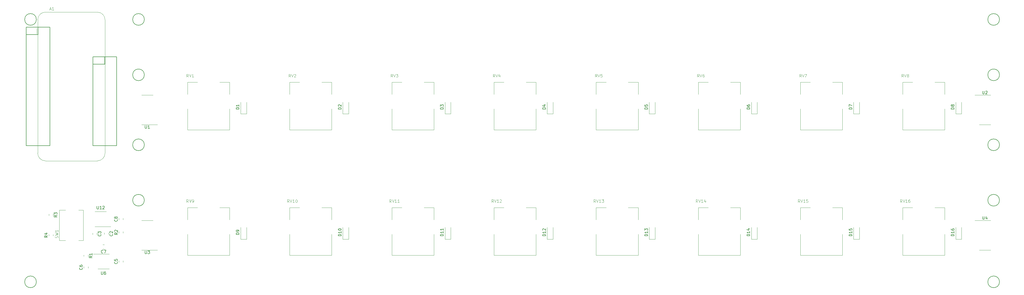
<source format=gbr>
%TF.GenerationSoftware,KiCad,Pcbnew,7.0.7*%
%TF.CreationDate,2024-01-26T16:38:04-05:00*%
%TF.ProjectId,midi-controller_main-board,6d696469-2d63-46f6-9e74-726f6c6c6572,rev?*%
%TF.SameCoordinates,Original*%
%TF.FileFunction,Legend,Top*%
%TF.FilePolarity,Positive*%
%FSLAX46Y46*%
G04 Gerber Fmt 4.6, Leading zero omitted, Abs format (unit mm)*
G04 Created by KiCad (PCBNEW 7.0.7) date 2024-01-26 16:38:04*
%MOMM*%
%LPD*%
G01*
G04 APERTURE LIST*
%ADD10C,0.100000*%
%ADD11C,0.150000*%
%ADD12C,0.120000*%
%ADD13C,0.203200*%
G04 APERTURE END LIST*
D10*
X351252761Y-118331419D02*
X350919428Y-117855228D01*
X350681333Y-118331419D02*
X350681333Y-117331419D01*
X350681333Y-117331419D02*
X351062285Y-117331419D01*
X351062285Y-117331419D02*
X351157523Y-117379038D01*
X351157523Y-117379038D02*
X351205142Y-117426657D01*
X351205142Y-117426657D02*
X351252761Y-117521895D01*
X351252761Y-117521895D02*
X351252761Y-117664752D01*
X351252761Y-117664752D02*
X351205142Y-117759990D01*
X351205142Y-117759990D02*
X351157523Y-117807609D01*
X351157523Y-117807609D02*
X351062285Y-117855228D01*
X351062285Y-117855228D02*
X350681333Y-117855228D01*
X351538476Y-117331419D02*
X351871809Y-118331419D01*
X351871809Y-118331419D02*
X352205142Y-117331419D01*
X352681333Y-117759990D02*
X352586095Y-117712371D01*
X352586095Y-117712371D02*
X352538476Y-117664752D01*
X352538476Y-117664752D02*
X352490857Y-117569514D01*
X352490857Y-117569514D02*
X352490857Y-117521895D01*
X352490857Y-117521895D02*
X352538476Y-117426657D01*
X352538476Y-117426657D02*
X352586095Y-117379038D01*
X352586095Y-117379038D02*
X352681333Y-117331419D01*
X352681333Y-117331419D02*
X352871809Y-117331419D01*
X352871809Y-117331419D02*
X352967047Y-117379038D01*
X352967047Y-117379038D02*
X353014666Y-117426657D01*
X353014666Y-117426657D02*
X353062285Y-117521895D01*
X353062285Y-117521895D02*
X353062285Y-117569514D01*
X353062285Y-117569514D02*
X353014666Y-117664752D01*
X353014666Y-117664752D02*
X352967047Y-117712371D01*
X352967047Y-117712371D02*
X352871809Y-117759990D01*
X352871809Y-117759990D02*
X352681333Y-117759990D01*
X352681333Y-117759990D02*
X352586095Y-117807609D01*
X352586095Y-117807609D02*
X352538476Y-117855228D01*
X352538476Y-117855228D02*
X352490857Y-117950466D01*
X352490857Y-117950466D02*
X352490857Y-118140942D01*
X352490857Y-118140942D02*
X352538476Y-118236180D01*
X352538476Y-118236180D02*
X352586095Y-118283800D01*
X352586095Y-118283800D02*
X352681333Y-118331419D01*
X352681333Y-118331419D02*
X352871809Y-118331419D01*
X352871809Y-118331419D02*
X352967047Y-118283800D01*
X352967047Y-118283800D02*
X353014666Y-118236180D01*
X353014666Y-118236180D02*
X353062285Y-118140942D01*
X353062285Y-118140942D02*
X353062285Y-117950466D01*
X353062285Y-117950466D02*
X353014666Y-117855228D01*
X353014666Y-117855228D02*
X352967047Y-117807609D01*
X352967047Y-117807609D02*
X352871809Y-117759990D01*
D11*
X61282819Y-165720666D02*
X60806628Y-166053999D01*
X61282819Y-166292094D02*
X60282819Y-166292094D01*
X60282819Y-166292094D02*
X60282819Y-165911142D01*
X60282819Y-165911142D02*
X60330438Y-165815904D01*
X60330438Y-165815904D02*
X60378057Y-165768285D01*
X60378057Y-165768285D02*
X60473295Y-165720666D01*
X60473295Y-165720666D02*
X60616152Y-165720666D01*
X60616152Y-165720666D02*
X60711390Y-165768285D01*
X60711390Y-165768285D02*
X60759009Y-165815904D01*
X60759009Y-165815904D02*
X60806628Y-165911142D01*
X60806628Y-165911142D02*
X60806628Y-166292094D01*
X60282819Y-165387332D02*
X60282819Y-164768285D01*
X60282819Y-164768285D02*
X60663771Y-165101618D01*
X60663771Y-165101618D02*
X60663771Y-164958761D01*
X60663771Y-164958761D02*
X60711390Y-164863523D01*
X60711390Y-164863523D02*
X60759009Y-164815904D01*
X60759009Y-164815904D02*
X60854247Y-164768285D01*
X60854247Y-164768285D02*
X61092342Y-164768285D01*
X61092342Y-164768285D02*
X61187580Y-164815904D01*
X61187580Y-164815904D02*
X61235200Y-164863523D01*
X61235200Y-164863523D02*
X61282819Y-164958761D01*
X61282819Y-164958761D02*
X61282819Y-165244475D01*
X61282819Y-165244475D02*
X61235200Y-165339713D01*
X61235200Y-165339713D02*
X61187580Y-165387332D01*
X80217580Y-172180666D02*
X80265200Y-172228285D01*
X80265200Y-172228285D02*
X80312819Y-172371142D01*
X80312819Y-172371142D02*
X80312819Y-172466380D01*
X80312819Y-172466380D02*
X80265200Y-172609237D01*
X80265200Y-172609237D02*
X80169961Y-172704475D01*
X80169961Y-172704475D02*
X80074723Y-172752094D01*
X80074723Y-172752094D02*
X79884247Y-172799713D01*
X79884247Y-172799713D02*
X79741390Y-172799713D01*
X79741390Y-172799713D02*
X79550914Y-172752094D01*
X79550914Y-172752094D02*
X79455676Y-172704475D01*
X79455676Y-172704475D02*
X79360438Y-172609237D01*
X79360438Y-172609237D02*
X79312819Y-172466380D01*
X79312819Y-172466380D02*
X79312819Y-172371142D01*
X79312819Y-172371142D02*
X79360438Y-172228285D01*
X79360438Y-172228285D02*
X79408057Y-172180666D01*
X79408057Y-171799713D02*
X79360438Y-171752094D01*
X79360438Y-171752094D02*
X79312819Y-171656856D01*
X79312819Y-171656856D02*
X79312819Y-171418761D01*
X79312819Y-171418761D02*
X79360438Y-171323523D01*
X79360438Y-171323523D02*
X79408057Y-171275904D01*
X79408057Y-171275904D02*
X79503295Y-171228285D01*
X79503295Y-171228285D02*
X79598533Y-171228285D01*
X79598533Y-171228285D02*
X79741390Y-171275904D01*
X79741390Y-171275904D02*
X80312819Y-171847332D01*
X80312819Y-171847332D02*
X80312819Y-171228285D01*
D10*
X350776571Y-161331419D02*
X350443238Y-160855228D01*
X350205143Y-161331419D02*
X350205143Y-160331419D01*
X350205143Y-160331419D02*
X350586095Y-160331419D01*
X350586095Y-160331419D02*
X350681333Y-160379038D01*
X350681333Y-160379038D02*
X350728952Y-160426657D01*
X350728952Y-160426657D02*
X350776571Y-160521895D01*
X350776571Y-160521895D02*
X350776571Y-160664752D01*
X350776571Y-160664752D02*
X350728952Y-160759990D01*
X350728952Y-160759990D02*
X350681333Y-160807609D01*
X350681333Y-160807609D02*
X350586095Y-160855228D01*
X350586095Y-160855228D02*
X350205143Y-160855228D01*
X351062286Y-160331419D02*
X351395619Y-161331419D01*
X351395619Y-161331419D02*
X351728952Y-160331419D01*
X352586095Y-161331419D02*
X352014667Y-161331419D01*
X352300381Y-161331419D02*
X352300381Y-160331419D01*
X352300381Y-160331419D02*
X352205143Y-160474276D01*
X352205143Y-160474276D02*
X352109905Y-160569514D01*
X352109905Y-160569514D02*
X352014667Y-160617133D01*
X353443238Y-160331419D02*
X353252762Y-160331419D01*
X353252762Y-160331419D02*
X353157524Y-160379038D01*
X353157524Y-160379038D02*
X353109905Y-160426657D01*
X353109905Y-160426657D02*
X353014667Y-160569514D01*
X353014667Y-160569514D02*
X352967048Y-160759990D01*
X352967048Y-160759990D02*
X352967048Y-161140942D01*
X352967048Y-161140942D02*
X353014667Y-161236180D01*
X353014667Y-161236180D02*
X353062286Y-161283800D01*
X353062286Y-161283800D02*
X353157524Y-161331419D01*
X353157524Y-161331419D02*
X353348000Y-161331419D01*
X353348000Y-161331419D02*
X353443238Y-161283800D01*
X353443238Y-161283800D02*
X353490857Y-161236180D01*
X353490857Y-161236180D02*
X353538476Y-161140942D01*
X353538476Y-161140942D02*
X353538476Y-160902847D01*
X353538476Y-160902847D02*
X353490857Y-160807609D01*
X353490857Y-160807609D02*
X353443238Y-160759990D01*
X353443238Y-160759990D02*
X353348000Y-160712371D01*
X353348000Y-160712371D02*
X353157524Y-160712371D01*
X353157524Y-160712371D02*
X353062286Y-160759990D01*
X353062286Y-160759990D02*
X353014667Y-160807609D01*
X353014667Y-160807609D02*
X352967048Y-160902847D01*
D11*
X263632819Y-129292094D02*
X262632819Y-129292094D01*
X262632819Y-129292094D02*
X262632819Y-129053999D01*
X262632819Y-129053999D02*
X262680438Y-128911142D01*
X262680438Y-128911142D02*
X262775676Y-128815904D01*
X262775676Y-128815904D02*
X262870914Y-128768285D01*
X262870914Y-128768285D02*
X263061390Y-128720666D01*
X263061390Y-128720666D02*
X263204247Y-128720666D01*
X263204247Y-128720666D02*
X263394723Y-128768285D01*
X263394723Y-128768285D02*
X263489961Y-128815904D01*
X263489961Y-128815904D02*
X263585200Y-128911142D01*
X263585200Y-128911142D02*
X263632819Y-129053999D01*
X263632819Y-129053999D02*
X263632819Y-129292094D01*
X262632819Y-127815904D02*
X262632819Y-128292094D01*
X262632819Y-128292094D02*
X263109009Y-128339713D01*
X263109009Y-128339713D02*
X263061390Y-128292094D01*
X263061390Y-128292094D02*
X263013771Y-128196856D01*
X263013771Y-128196856D02*
X263013771Y-127958761D01*
X263013771Y-127958761D02*
X263061390Y-127863523D01*
X263061390Y-127863523D02*
X263109009Y-127815904D01*
X263109009Y-127815904D02*
X263204247Y-127768285D01*
X263204247Y-127768285D02*
X263442342Y-127768285D01*
X263442342Y-127768285D02*
X263537580Y-127815904D01*
X263537580Y-127815904D02*
X263585200Y-127863523D01*
X263585200Y-127863523D02*
X263632819Y-127958761D01*
X263632819Y-127958761D02*
X263632819Y-128196856D01*
X263632819Y-128196856D02*
X263585200Y-128292094D01*
X263585200Y-128292094D02*
X263537580Y-128339713D01*
D10*
X141252761Y-118331419D02*
X140919428Y-117855228D01*
X140681333Y-118331419D02*
X140681333Y-117331419D01*
X140681333Y-117331419D02*
X141062285Y-117331419D01*
X141062285Y-117331419D02*
X141157523Y-117379038D01*
X141157523Y-117379038D02*
X141205142Y-117426657D01*
X141205142Y-117426657D02*
X141252761Y-117521895D01*
X141252761Y-117521895D02*
X141252761Y-117664752D01*
X141252761Y-117664752D02*
X141205142Y-117759990D01*
X141205142Y-117759990D02*
X141157523Y-117807609D01*
X141157523Y-117807609D02*
X141062285Y-117855228D01*
X141062285Y-117855228D02*
X140681333Y-117855228D01*
X141538476Y-117331419D02*
X141871809Y-118331419D01*
X141871809Y-118331419D02*
X142205142Y-117331419D01*
X142490857Y-117426657D02*
X142538476Y-117379038D01*
X142538476Y-117379038D02*
X142633714Y-117331419D01*
X142633714Y-117331419D02*
X142871809Y-117331419D01*
X142871809Y-117331419D02*
X142967047Y-117379038D01*
X142967047Y-117379038D02*
X143014666Y-117426657D01*
X143014666Y-117426657D02*
X143062285Y-117521895D01*
X143062285Y-117521895D02*
X143062285Y-117617133D01*
X143062285Y-117617133D02*
X143014666Y-117759990D01*
X143014666Y-117759990D02*
X142443238Y-118331419D01*
X142443238Y-118331419D02*
X143062285Y-118331419D01*
D11*
X368632819Y-129292094D02*
X367632819Y-129292094D01*
X367632819Y-129292094D02*
X367632819Y-129053999D01*
X367632819Y-129053999D02*
X367680438Y-128911142D01*
X367680438Y-128911142D02*
X367775676Y-128815904D01*
X367775676Y-128815904D02*
X367870914Y-128768285D01*
X367870914Y-128768285D02*
X368061390Y-128720666D01*
X368061390Y-128720666D02*
X368204247Y-128720666D01*
X368204247Y-128720666D02*
X368394723Y-128768285D01*
X368394723Y-128768285D02*
X368489961Y-128815904D01*
X368489961Y-128815904D02*
X368585200Y-128911142D01*
X368585200Y-128911142D02*
X368632819Y-129053999D01*
X368632819Y-129053999D02*
X368632819Y-129292094D01*
X368061390Y-128149237D02*
X368013771Y-128244475D01*
X368013771Y-128244475D02*
X367966152Y-128292094D01*
X367966152Y-128292094D02*
X367870914Y-128339713D01*
X367870914Y-128339713D02*
X367823295Y-128339713D01*
X367823295Y-128339713D02*
X367728057Y-128292094D01*
X367728057Y-128292094D02*
X367680438Y-128244475D01*
X367680438Y-128244475D02*
X367632819Y-128149237D01*
X367632819Y-128149237D02*
X367632819Y-127958761D01*
X367632819Y-127958761D02*
X367680438Y-127863523D01*
X367680438Y-127863523D02*
X367728057Y-127815904D01*
X367728057Y-127815904D02*
X367823295Y-127768285D01*
X367823295Y-127768285D02*
X367870914Y-127768285D01*
X367870914Y-127768285D02*
X367966152Y-127815904D01*
X367966152Y-127815904D02*
X368013771Y-127863523D01*
X368013771Y-127863523D02*
X368061390Y-127958761D01*
X368061390Y-127958761D02*
X368061390Y-128149237D01*
X368061390Y-128149237D02*
X368109009Y-128244475D01*
X368109009Y-128244475D02*
X368156628Y-128292094D01*
X368156628Y-128292094D02*
X368251866Y-128339713D01*
X368251866Y-128339713D02*
X368442342Y-128339713D01*
X368442342Y-128339713D02*
X368537580Y-128292094D01*
X368537580Y-128292094D02*
X368585200Y-128244475D01*
X368585200Y-128244475D02*
X368632819Y-128149237D01*
X368632819Y-128149237D02*
X368632819Y-127958761D01*
X368632819Y-127958761D02*
X368585200Y-127863523D01*
X368585200Y-127863523D02*
X368537580Y-127815904D01*
X368537580Y-127815904D02*
X368442342Y-127768285D01*
X368442342Y-127768285D02*
X368251866Y-127768285D01*
X368251866Y-127768285D02*
X368156628Y-127815904D01*
X368156628Y-127815904D02*
X368109009Y-127863523D01*
X368109009Y-127863523D02*
X368061390Y-127958761D01*
D10*
X140776571Y-161331419D02*
X140443238Y-160855228D01*
X140205143Y-161331419D02*
X140205143Y-160331419D01*
X140205143Y-160331419D02*
X140586095Y-160331419D01*
X140586095Y-160331419D02*
X140681333Y-160379038D01*
X140681333Y-160379038D02*
X140728952Y-160426657D01*
X140728952Y-160426657D02*
X140776571Y-160521895D01*
X140776571Y-160521895D02*
X140776571Y-160664752D01*
X140776571Y-160664752D02*
X140728952Y-160759990D01*
X140728952Y-160759990D02*
X140681333Y-160807609D01*
X140681333Y-160807609D02*
X140586095Y-160855228D01*
X140586095Y-160855228D02*
X140205143Y-160855228D01*
X141062286Y-160331419D02*
X141395619Y-161331419D01*
X141395619Y-161331419D02*
X141728952Y-160331419D01*
X142586095Y-161331419D02*
X142014667Y-161331419D01*
X142300381Y-161331419D02*
X142300381Y-160331419D01*
X142300381Y-160331419D02*
X142205143Y-160474276D01*
X142205143Y-160474276D02*
X142109905Y-160569514D01*
X142109905Y-160569514D02*
X142014667Y-160617133D01*
X143205143Y-160331419D02*
X143300381Y-160331419D01*
X143300381Y-160331419D02*
X143395619Y-160379038D01*
X143395619Y-160379038D02*
X143443238Y-160426657D01*
X143443238Y-160426657D02*
X143490857Y-160521895D01*
X143490857Y-160521895D02*
X143538476Y-160712371D01*
X143538476Y-160712371D02*
X143538476Y-160950466D01*
X143538476Y-160950466D02*
X143490857Y-161140942D01*
X143490857Y-161140942D02*
X143443238Y-161236180D01*
X143443238Y-161236180D02*
X143395619Y-161283800D01*
X143395619Y-161283800D02*
X143300381Y-161331419D01*
X143300381Y-161331419D02*
X143205143Y-161331419D01*
X143205143Y-161331419D02*
X143109905Y-161283800D01*
X143109905Y-161283800D02*
X143062286Y-161236180D01*
X143062286Y-161236180D02*
X143014667Y-161140942D01*
X143014667Y-161140942D02*
X142967048Y-160950466D01*
X142967048Y-160950466D02*
X142967048Y-160712371D01*
X142967048Y-160712371D02*
X143014667Y-160521895D01*
X143014667Y-160521895D02*
X143062286Y-160426657D01*
X143062286Y-160426657D02*
X143109905Y-160379038D01*
X143109905Y-160379038D02*
X143205143Y-160331419D01*
D11*
X81857580Y-181720666D02*
X81905200Y-181768285D01*
X81905200Y-181768285D02*
X81952819Y-181911142D01*
X81952819Y-181911142D02*
X81952819Y-182006380D01*
X81952819Y-182006380D02*
X81905200Y-182149237D01*
X81905200Y-182149237D02*
X81809961Y-182244475D01*
X81809961Y-182244475D02*
X81714723Y-182292094D01*
X81714723Y-182292094D02*
X81524247Y-182339713D01*
X81524247Y-182339713D02*
X81381390Y-182339713D01*
X81381390Y-182339713D02*
X81190914Y-182292094D01*
X81190914Y-182292094D02*
X81095676Y-182244475D01*
X81095676Y-182244475D02*
X81000438Y-182149237D01*
X81000438Y-182149237D02*
X80952819Y-182006380D01*
X80952819Y-182006380D02*
X80952819Y-181911142D01*
X80952819Y-181911142D02*
X81000438Y-181768285D01*
X81000438Y-181768285D02*
X81048057Y-181720666D01*
X80952819Y-180815904D02*
X80952819Y-181292094D01*
X80952819Y-181292094D02*
X81429009Y-181339713D01*
X81429009Y-181339713D02*
X81381390Y-181292094D01*
X81381390Y-181292094D02*
X81333771Y-181196856D01*
X81333771Y-181196856D02*
X81333771Y-180958761D01*
X81333771Y-180958761D02*
X81381390Y-180863523D01*
X81381390Y-180863523D02*
X81429009Y-180815904D01*
X81429009Y-180815904D02*
X81524247Y-180768285D01*
X81524247Y-180768285D02*
X81762342Y-180768285D01*
X81762342Y-180768285D02*
X81857580Y-180815904D01*
X81857580Y-180815904D02*
X81905200Y-180863523D01*
X81905200Y-180863523D02*
X81952819Y-180958761D01*
X81952819Y-180958761D02*
X81952819Y-181196856D01*
X81952819Y-181196856D02*
X81905200Y-181292094D01*
X81905200Y-181292094D02*
X81857580Y-181339713D01*
D10*
X175776571Y-161331419D02*
X175443238Y-160855228D01*
X175205143Y-161331419D02*
X175205143Y-160331419D01*
X175205143Y-160331419D02*
X175586095Y-160331419D01*
X175586095Y-160331419D02*
X175681333Y-160379038D01*
X175681333Y-160379038D02*
X175728952Y-160426657D01*
X175728952Y-160426657D02*
X175776571Y-160521895D01*
X175776571Y-160521895D02*
X175776571Y-160664752D01*
X175776571Y-160664752D02*
X175728952Y-160759990D01*
X175728952Y-160759990D02*
X175681333Y-160807609D01*
X175681333Y-160807609D02*
X175586095Y-160855228D01*
X175586095Y-160855228D02*
X175205143Y-160855228D01*
X176062286Y-160331419D02*
X176395619Y-161331419D01*
X176395619Y-161331419D02*
X176728952Y-160331419D01*
X177586095Y-161331419D02*
X177014667Y-161331419D01*
X177300381Y-161331419D02*
X177300381Y-160331419D01*
X177300381Y-160331419D02*
X177205143Y-160474276D01*
X177205143Y-160474276D02*
X177109905Y-160569514D01*
X177109905Y-160569514D02*
X177014667Y-160617133D01*
X178538476Y-161331419D02*
X177967048Y-161331419D01*
X178252762Y-161331419D02*
X178252762Y-160331419D01*
X178252762Y-160331419D02*
X178157524Y-160474276D01*
X178157524Y-160474276D02*
X178062286Y-160569514D01*
X178062286Y-160569514D02*
X177967048Y-160617133D01*
D11*
X158632819Y-129292094D02*
X157632819Y-129292094D01*
X157632819Y-129292094D02*
X157632819Y-129053999D01*
X157632819Y-129053999D02*
X157680438Y-128911142D01*
X157680438Y-128911142D02*
X157775676Y-128815904D01*
X157775676Y-128815904D02*
X157870914Y-128768285D01*
X157870914Y-128768285D02*
X158061390Y-128720666D01*
X158061390Y-128720666D02*
X158204247Y-128720666D01*
X158204247Y-128720666D02*
X158394723Y-128768285D01*
X158394723Y-128768285D02*
X158489961Y-128815904D01*
X158489961Y-128815904D02*
X158585200Y-128911142D01*
X158585200Y-128911142D02*
X158632819Y-129053999D01*
X158632819Y-129053999D02*
X158632819Y-129292094D01*
X157728057Y-128339713D02*
X157680438Y-128292094D01*
X157680438Y-128292094D02*
X157632819Y-128196856D01*
X157632819Y-128196856D02*
X157632819Y-127958761D01*
X157632819Y-127958761D02*
X157680438Y-127863523D01*
X157680438Y-127863523D02*
X157728057Y-127815904D01*
X157728057Y-127815904D02*
X157823295Y-127768285D01*
X157823295Y-127768285D02*
X157918533Y-127768285D01*
X157918533Y-127768285D02*
X158061390Y-127815904D01*
X158061390Y-127815904D02*
X158632819Y-128387332D01*
X158632819Y-128387332D02*
X158632819Y-127768285D01*
X77011333Y-178593580D02*
X76963714Y-178641200D01*
X76963714Y-178641200D02*
X76820857Y-178688819D01*
X76820857Y-178688819D02*
X76725619Y-178688819D01*
X76725619Y-178688819D02*
X76582762Y-178641200D01*
X76582762Y-178641200D02*
X76487524Y-178545961D01*
X76487524Y-178545961D02*
X76439905Y-178450723D01*
X76439905Y-178450723D02*
X76392286Y-178260247D01*
X76392286Y-178260247D02*
X76392286Y-178117390D01*
X76392286Y-178117390D02*
X76439905Y-177926914D01*
X76439905Y-177926914D02*
X76487524Y-177831676D01*
X76487524Y-177831676D02*
X76582762Y-177736438D01*
X76582762Y-177736438D02*
X76725619Y-177688819D01*
X76725619Y-177688819D02*
X76820857Y-177688819D01*
X76820857Y-177688819D02*
X76963714Y-177736438D01*
X76963714Y-177736438D02*
X77011333Y-177784057D01*
X77344667Y-177688819D02*
X78011333Y-177688819D01*
X78011333Y-177688819D02*
X77582762Y-178688819D01*
X69857580Y-183720666D02*
X69905200Y-183768285D01*
X69905200Y-183768285D02*
X69952819Y-183911142D01*
X69952819Y-183911142D02*
X69952819Y-184006380D01*
X69952819Y-184006380D02*
X69905200Y-184149237D01*
X69905200Y-184149237D02*
X69809961Y-184244475D01*
X69809961Y-184244475D02*
X69714723Y-184292094D01*
X69714723Y-184292094D02*
X69524247Y-184339713D01*
X69524247Y-184339713D02*
X69381390Y-184339713D01*
X69381390Y-184339713D02*
X69190914Y-184292094D01*
X69190914Y-184292094D02*
X69095676Y-184244475D01*
X69095676Y-184244475D02*
X69000438Y-184149237D01*
X69000438Y-184149237D02*
X68952819Y-184006380D01*
X68952819Y-184006380D02*
X68952819Y-183911142D01*
X68952819Y-183911142D02*
X69000438Y-183768285D01*
X69000438Y-183768285D02*
X69048057Y-183720666D01*
X68952819Y-182863523D02*
X68952819Y-183053999D01*
X68952819Y-183053999D02*
X69000438Y-183149237D01*
X69000438Y-183149237D02*
X69048057Y-183196856D01*
X69048057Y-183196856D02*
X69190914Y-183292094D01*
X69190914Y-183292094D02*
X69381390Y-183339713D01*
X69381390Y-183339713D02*
X69762342Y-183339713D01*
X69762342Y-183339713D02*
X69857580Y-183292094D01*
X69857580Y-183292094D02*
X69905200Y-183244475D01*
X69905200Y-183244475D02*
X69952819Y-183149237D01*
X69952819Y-183149237D02*
X69952819Y-182958761D01*
X69952819Y-182958761D02*
X69905200Y-182863523D01*
X69905200Y-182863523D02*
X69857580Y-182815904D01*
X69857580Y-182815904D02*
X69762342Y-182768285D01*
X69762342Y-182768285D02*
X69524247Y-182768285D01*
X69524247Y-182768285D02*
X69429009Y-182815904D01*
X69429009Y-182815904D02*
X69381390Y-182863523D01*
X69381390Y-182863523D02*
X69333771Y-182958761D01*
X69333771Y-182958761D02*
X69333771Y-183149237D01*
X69333771Y-183149237D02*
X69381390Y-183244475D01*
X69381390Y-183244475D02*
X69429009Y-183292094D01*
X69429009Y-183292094D02*
X69524247Y-183339713D01*
D10*
X315776571Y-161331419D02*
X315443238Y-160855228D01*
X315205143Y-161331419D02*
X315205143Y-160331419D01*
X315205143Y-160331419D02*
X315586095Y-160331419D01*
X315586095Y-160331419D02*
X315681333Y-160379038D01*
X315681333Y-160379038D02*
X315728952Y-160426657D01*
X315728952Y-160426657D02*
X315776571Y-160521895D01*
X315776571Y-160521895D02*
X315776571Y-160664752D01*
X315776571Y-160664752D02*
X315728952Y-160759990D01*
X315728952Y-160759990D02*
X315681333Y-160807609D01*
X315681333Y-160807609D02*
X315586095Y-160855228D01*
X315586095Y-160855228D02*
X315205143Y-160855228D01*
X316062286Y-160331419D02*
X316395619Y-161331419D01*
X316395619Y-161331419D02*
X316728952Y-160331419D01*
X317586095Y-161331419D02*
X317014667Y-161331419D01*
X317300381Y-161331419D02*
X317300381Y-160331419D01*
X317300381Y-160331419D02*
X317205143Y-160474276D01*
X317205143Y-160474276D02*
X317109905Y-160569514D01*
X317109905Y-160569514D02*
X317014667Y-160617133D01*
X318490857Y-160331419D02*
X318014667Y-160331419D01*
X318014667Y-160331419D02*
X317967048Y-160807609D01*
X317967048Y-160807609D02*
X318014667Y-160759990D01*
X318014667Y-160759990D02*
X318109905Y-160712371D01*
X318109905Y-160712371D02*
X318348000Y-160712371D01*
X318348000Y-160712371D02*
X318443238Y-160759990D01*
X318443238Y-160759990D02*
X318490857Y-160807609D01*
X318490857Y-160807609D02*
X318538476Y-160902847D01*
X318538476Y-160902847D02*
X318538476Y-161140942D01*
X318538476Y-161140942D02*
X318490857Y-161236180D01*
X318490857Y-161236180D02*
X318443238Y-161283800D01*
X318443238Y-161283800D02*
X318348000Y-161331419D01*
X318348000Y-161331419D02*
X318109905Y-161331419D01*
X318109905Y-161331419D02*
X318014667Y-161283800D01*
X318014667Y-161283800D02*
X317967048Y-161236180D01*
X58732714Y-95055704D02*
X59208904Y-95055704D01*
X58637476Y-95341419D02*
X58970809Y-94341419D01*
X58970809Y-94341419D02*
X59304142Y-95341419D01*
X60161285Y-95341419D02*
X59589857Y-95341419D01*
X59875571Y-95341419D02*
X59875571Y-94341419D01*
X59875571Y-94341419D02*
X59780333Y-94484276D01*
X59780333Y-94484276D02*
X59685095Y-94579514D01*
X59685095Y-94579514D02*
X59589857Y-94627133D01*
X281252761Y-118331419D02*
X280919428Y-117855228D01*
X280681333Y-118331419D02*
X280681333Y-117331419D01*
X280681333Y-117331419D02*
X281062285Y-117331419D01*
X281062285Y-117331419D02*
X281157523Y-117379038D01*
X281157523Y-117379038D02*
X281205142Y-117426657D01*
X281205142Y-117426657D02*
X281252761Y-117521895D01*
X281252761Y-117521895D02*
X281252761Y-117664752D01*
X281252761Y-117664752D02*
X281205142Y-117759990D01*
X281205142Y-117759990D02*
X281157523Y-117807609D01*
X281157523Y-117807609D02*
X281062285Y-117855228D01*
X281062285Y-117855228D02*
X280681333Y-117855228D01*
X281538476Y-117331419D02*
X281871809Y-118331419D01*
X281871809Y-118331419D02*
X282205142Y-117331419D01*
X282967047Y-117331419D02*
X282776571Y-117331419D01*
X282776571Y-117331419D02*
X282681333Y-117379038D01*
X282681333Y-117379038D02*
X282633714Y-117426657D01*
X282633714Y-117426657D02*
X282538476Y-117569514D01*
X282538476Y-117569514D02*
X282490857Y-117759990D01*
X282490857Y-117759990D02*
X282490857Y-118140942D01*
X282490857Y-118140942D02*
X282538476Y-118236180D01*
X282538476Y-118236180D02*
X282586095Y-118283800D01*
X282586095Y-118283800D02*
X282681333Y-118331419D01*
X282681333Y-118331419D02*
X282871809Y-118331419D01*
X282871809Y-118331419D02*
X282967047Y-118283800D01*
X282967047Y-118283800D02*
X283014666Y-118236180D01*
X283014666Y-118236180D02*
X283062285Y-118140942D01*
X283062285Y-118140942D02*
X283062285Y-117902847D01*
X283062285Y-117902847D02*
X283014666Y-117807609D01*
X283014666Y-117807609D02*
X282967047Y-117759990D01*
X282967047Y-117759990D02*
X282871809Y-117712371D01*
X282871809Y-117712371D02*
X282681333Y-117712371D01*
X282681333Y-117712371D02*
X282586095Y-117759990D01*
X282586095Y-117759990D02*
X282538476Y-117807609D01*
X282538476Y-117807609D02*
X282490857Y-117902847D01*
D11*
X158632819Y-172768285D02*
X157632819Y-172768285D01*
X157632819Y-172768285D02*
X157632819Y-172530190D01*
X157632819Y-172530190D02*
X157680438Y-172387333D01*
X157680438Y-172387333D02*
X157775676Y-172292095D01*
X157775676Y-172292095D02*
X157870914Y-172244476D01*
X157870914Y-172244476D02*
X158061390Y-172196857D01*
X158061390Y-172196857D02*
X158204247Y-172196857D01*
X158204247Y-172196857D02*
X158394723Y-172244476D01*
X158394723Y-172244476D02*
X158489961Y-172292095D01*
X158489961Y-172292095D02*
X158585200Y-172387333D01*
X158585200Y-172387333D02*
X158632819Y-172530190D01*
X158632819Y-172530190D02*
X158632819Y-172768285D01*
X158632819Y-171244476D02*
X158632819Y-171815904D01*
X158632819Y-171530190D02*
X157632819Y-171530190D01*
X157632819Y-171530190D02*
X157775676Y-171625428D01*
X157775676Y-171625428D02*
X157870914Y-171720666D01*
X157870914Y-171720666D02*
X157918533Y-171815904D01*
X157632819Y-170625428D02*
X157632819Y-170530190D01*
X157632819Y-170530190D02*
X157680438Y-170434952D01*
X157680438Y-170434952D02*
X157728057Y-170387333D01*
X157728057Y-170387333D02*
X157823295Y-170339714D01*
X157823295Y-170339714D02*
X158013771Y-170292095D01*
X158013771Y-170292095D02*
X158251866Y-170292095D01*
X158251866Y-170292095D02*
X158442342Y-170339714D01*
X158442342Y-170339714D02*
X158537580Y-170387333D01*
X158537580Y-170387333D02*
X158585200Y-170434952D01*
X158585200Y-170434952D02*
X158632819Y-170530190D01*
X158632819Y-170530190D02*
X158632819Y-170625428D01*
X158632819Y-170625428D02*
X158585200Y-170720666D01*
X158585200Y-170720666D02*
X158537580Y-170768285D01*
X158537580Y-170768285D02*
X158442342Y-170815904D01*
X158442342Y-170815904D02*
X158251866Y-170863523D01*
X158251866Y-170863523D02*
X158013771Y-170863523D01*
X158013771Y-170863523D02*
X157823295Y-170815904D01*
X157823295Y-170815904D02*
X157728057Y-170768285D01*
X157728057Y-170768285D02*
X157680438Y-170720666D01*
X157680438Y-170720666D02*
X157632819Y-170625428D01*
X73282819Y-179720666D02*
X72806628Y-180053999D01*
X73282819Y-180292094D02*
X72282819Y-180292094D01*
X72282819Y-180292094D02*
X72282819Y-179911142D01*
X72282819Y-179911142D02*
X72330438Y-179815904D01*
X72330438Y-179815904D02*
X72378057Y-179768285D01*
X72378057Y-179768285D02*
X72473295Y-179720666D01*
X72473295Y-179720666D02*
X72616152Y-179720666D01*
X72616152Y-179720666D02*
X72711390Y-179768285D01*
X72711390Y-179768285D02*
X72759009Y-179815904D01*
X72759009Y-179815904D02*
X72806628Y-179911142D01*
X72806628Y-179911142D02*
X72806628Y-180292094D01*
X73282819Y-178768285D02*
X73282819Y-179339713D01*
X73282819Y-179053999D02*
X72282819Y-179053999D01*
X72282819Y-179053999D02*
X72425676Y-179149237D01*
X72425676Y-179149237D02*
X72520914Y-179244475D01*
X72520914Y-179244475D02*
X72568533Y-179339713D01*
X298632819Y-129292094D02*
X297632819Y-129292094D01*
X297632819Y-129292094D02*
X297632819Y-129053999D01*
X297632819Y-129053999D02*
X297680438Y-128911142D01*
X297680438Y-128911142D02*
X297775676Y-128815904D01*
X297775676Y-128815904D02*
X297870914Y-128768285D01*
X297870914Y-128768285D02*
X298061390Y-128720666D01*
X298061390Y-128720666D02*
X298204247Y-128720666D01*
X298204247Y-128720666D02*
X298394723Y-128768285D01*
X298394723Y-128768285D02*
X298489961Y-128815904D01*
X298489961Y-128815904D02*
X298585200Y-128911142D01*
X298585200Y-128911142D02*
X298632819Y-129053999D01*
X298632819Y-129053999D02*
X298632819Y-129292094D01*
X297632819Y-127863523D02*
X297632819Y-128053999D01*
X297632819Y-128053999D02*
X297680438Y-128149237D01*
X297680438Y-128149237D02*
X297728057Y-128196856D01*
X297728057Y-128196856D02*
X297870914Y-128292094D01*
X297870914Y-128292094D02*
X298061390Y-128339713D01*
X298061390Y-128339713D02*
X298442342Y-128339713D01*
X298442342Y-128339713D02*
X298537580Y-128292094D01*
X298537580Y-128292094D02*
X298585200Y-128244475D01*
X298585200Y-128244475D02*
X298632819Y-128149237D01*
X298632819Y-128149237D02*
X298632819Y-127958761D01*
X298632819Y-127958761D02*
X298585200Y-127863523D01*
X298585200Y-127863523D02*
X298537580Y-127815904D01*
X298537580Y-127815904D02*
X298442342Y-127768285D01*
X298442342Y-127768285D02*
X298204247Y-127768285D01*
X298204247Y-127768285D02*
X298109009Y-127815904D01*
X298109009Y-127815904D02*
X298061390Y-127863523D01*
X298061390Y-127863523D02*
X298013771Y-127958761D01*
X298013771Y-127958761D02*
X298013771Y-128149237D01*
X298013771Y-128149237D02*
X298061390Y-128244475D01*
X298061390Y-128244475D02*
X298109009Y-128292094D01*
X298109009Y-128292094D02*
X298204247Y-128339713D01*
X91416095Y-177908819D02*
X91416095Y-178718342D01*
X91416095Y-178718342D02*
X91463714Y-178813580D01*
X91463714Y-178813580D02*
X91511333Y-178861200D01*
X91511333Y-178861200D02*
X91606571Y-178908819D01*
X91606571Y-178908819D02*
X91797047Y-178908819D01*
X91797047Y-178908819D02*
X91892285Y-178861200D01*
X91892285Y-178861200D02*
X91939904Y-178813580D01*
X91939904Y-178813580D02*
X91987523Y-178718342D01*
X91987523Y-178718342D02*
X91987523Y-177908819D01*
X92368476Y-177908819D02*
X92987523Y-177908819D01*
X92987523Y-177908819D02*
X92654190Y-178289771D01*
X92654190Y-178289771D02*
X92797047Y-178289771D01*
X92797047Y-178289771D02*
X92892285Y-178337390D01*
X92892285Y-178337390D02*
X92939904Y-178385009D01*
X92939904Y-178385009D02*
X92987523Y-178480247D01*
X92987523Y-178480247D02*
X92987523Y-178718342D01*
X92987523Y-178718342D02*
X92939904Y-178813580D01*
X92939904Y-178813580D02*
X92892285Y-178861200D01*
X92892285Y-178861200D02*
X92797047Y-178908819D01*
X92797047Y-178908819D02*
X92511333Y-178908819D01*
X92511333Y-178908819D02*
X92416095Y-178861200D01*
X92416095Y-178861200D02*
X92368476Y-178813580D01*
D10*
X245776571Y-161331419D02*
X245443238Y-160855228D01*
X245205143Y-161331419D02*
X245205143Y-160331419D01*
X245205143Y-160331419D02*
X245586095Y-160331419D01*
X245586095Y-160331419D02*
X245681333Y-160379038D01*
X245681333Y-160379038D02*
X245728952Y-160426657D01*
X245728952Y-160426657D02*
X245776571Y-160521895D01*
X245776571Y-160521895D02*
X245776571Y-160664752D01*
X245776571Y-160664752D02*
X245728952Y-160759990D01*
X245728952Y-160759990D02*
X245681333Y-160807609D01*
X245681333Y-160807609D02*
X245586095Y-160855228D01*
X245586095Y-160855228D02*
X245205143Y-160855228D01*
X246062286Y-160331419D02*
X246395619Y-161331419D01*
X246395619Y-161331419D02*
X246728952Y-160331419D01*
X247586095Y-161331419D02*
X247014667Y-161331419D01*
X247300381Y-161331419D02*
X247300381Y-160331419D01*
X247300381Y-160331419D02*
X247205143Y-160474276D01*
X247205143Y-160474276D02*
X247109905Y-160569514D01*
X247109905Y-160569514D02*
X247014667Y-160617133D01*
X247919429Y-160331419D02*
X248538476Y-160331419D01*
X248538476Y-160331419D02*
X248205143Y-160712371D01*
X248205143Y-160712371D02*
X248348000Y-160712371D01*
X248348000Y-160712371D02*
X248443238Y-160759990D01*
X248443238Y-160759990D02*
X248490857Y-160807609D01*
X248490857Y-160807609D02*
X248538476Y-160902847D01*
X248538476Y-160902847D02*
X248538476Y-161140942D01*
X248538476Y-161140942D02*
X248490857Y-161236180D01*
X248490857Y-161236180D02*
X248443238Y-161283800D01*
X248443238Y-161283800D02*
X248348000Y-161331419D01*
X248348000Y-161331419D02*
X248062286Y-161331419D01*
X248062286Y-161331419D02*
X247967048Y-161283800D01*
X247967048Y-161283800D02*
X247919429Y-161236180D01*
D11*
X228632819Y-172768285D02*
X227632819Y-172768285D01*
X227632819Y-172768285D02*
X227632819Y-172530190D01*
X227632819Y-172530190D02*
X227680438Y-172387333D01*
X227680438Y-172387333D02*
X227775676Y-172292095D01*
X227775676Y-172292095D02*
X227870914Y-172244476D01*
X227870914Y-172244476D02*
X228061390Y-172196857D01*
X228061390Y-172196857D02*
X228204247Y-172196857D01*
X228204247Y-172196857D02*
X228394723Y-172244476D01*
X228394723Y-172244476D02*
X228489961Y-172292095D01*
X228489961Y-172292095D02*
X228585200Y-172387333D01*
X228585200Y-172387333D02*
X228632819Y-172530190D01*
X228632819Y-172530190D02*
X228632819Y-172768285D01*
X228632819Y-171244476D02*
X228632819Y-171815904D01*
X228632819Y-171530190D02*
X227632819Y-171530190D01*
X227632819Y-171530190D02*
X227775676Y-171625428D01*
X227775676Y-171625428D02*
X227870914Y-171720666D01*
X227870914Y-171720666D02*
X227918533Y-171815904D01*
X227728057Y-170863523D02*
X227680438Y-170815904D01*
X227680438Y-170815904D02*
X227632819Y-170720666D01*
X227632819Y-170720666D02*
X227632819Y-170482571D01*
X227632819Y-170482571D02*
X227680438Y-170387333D01*
X227680438Y-170387333D02*
X227728057Y-170339714D01*
X227728057Y-170339714D02*
X227823295Y-170292095D01*
X227823295Y-170292095D02*
X227918533Y-170292095D01*
X227918533Y-170292095D02*
X228061390Y-170339714D01*
X228061390Y-170339714D02*
X228632819Y-170911142D01*
X228632819Y-170911142D02*
X228632819Y-170292095D01*
X333632819Y-172768285D02*
X332632819Y-172768285D01*
X332632819Y-172768285D02*
X332632819Y-172530190D01*
X332632819Y-172530190D02*
X332680438Y-172387333D01*
X332680438Y-172387333D02*
X332775676Y-172292095D01*
X332775676Y-172292095D02*
X332870914Y-172244476D01*
X332870914Y-172244476D02*
X333061390Y-172196857D01*
X333061390Y-172196857D02*
X333204247Y-172196857D01*
X333204247Y-172196857D02*
X333394723Y-172244476D01*
X333394723Y-172244476D02*
X333489961Y-172292095D01*
X333489961Y-172292095D02*
X333585200Y-172387333D01*
X333585200Y-172387333D02*
X333632819Y-172530190D01*
X333632819Y-172530190D02*
X333632819Y-172768285D01*
X333632819Y-171244476D02*
X333632819Y-171815904D01*
X333632819Y-171530190D02*
X332632819Y-171530190D01*
X332632819Y-171530190D02*
X332775676Y-171625428D01*
X332775676Y-171625428D02*
X332870914Y-171720666D01*
X332870914Y-171720666D02*
X332918533Y-171815904D01*
X332632819Y-170339714D02*
X332632819Y-170815904D01*
X332632819Y-170815904D02*
X333109009Y-170863523D01*
X333109009Y-170863523D02*
X333061390Y-170815904D01*
X333061390Y-170815904D02*
X333013771Y-170720666D01*
X333013771Y-170720666D02*
X333013771Y-170482571D01*
X333013771Y-170482571D02*
X333061390Y-170387333D01*
X333061390Y-170387333D02*
X333109009Y-170339714D01*
X333109009Y-170339714D02*
X333204247Y-170292095D01*
X333204247Y-170292095D02*
X333442342Y-170292095D01*
X333442342Y-170292095D02*
X333537580Y-170339714D01*
X333537580Y-170339714D02*
X333585200Y-170387333D01*
X333585200Y-170387333D02*
X333632819Y-170482571D01*
X333632819Y-170482571D02*
X333632819Y-170720666D01*
X333632819Y-170720666D02*
X333585200Y-170815904D01*
X333585200Y-170815904D02*
X333537580Y-170863523D01*
D10*
X176252761Y-118331419D02*
X175919428Y-117855228D01*
X175681333Y-118331419D02*
X175681333Y-117331419D01*
X175681333Y-117331419D02*
X176062285Y-117331419D01*
X176062285Y-117331419D02*
X176157523Y-117379038D01*
X176157523Y-117379038D02*
X176205142Y-117426657D01*
X176205142Y-117426657D02*
X176252761Y-117521895D01*
X176252761Y-117521895D02*
X176252761Y-117664752D01*
X176252761Y-117664752D02*
X176205142Y-117759990D01*
X176205142Y-117759990D02*
X176157523Y-117807609D01*
X176157523Y-117807609D02*
X176062285Y-117855228D01*
X176062285Y-117855228D02*
X175681333Y-117855228D01*
X176538476Y-117331419D02*
X176871809Y-118331419D01*
X176871809Y-118331419D02*
X177205142Y-117331419D01*
X177443238Y-117331419D02*
X178062285Y-117331419D01*
X178062285Y-117331419D02*
X177728952Y-117712371D01*
X177728952Y-117712371D02*
X177871809Y-117712371D01*
X177871809Y-117712371D02*
X177967047Y-117759990D01*
X177967047Y-117759990D02*
X178014666Y-117807609D01*
X178014666Y-117807609D02*
X178062285Y-117902847D01*
X178062285Y-117902847D02*
X178062285Y-118140942D01*
X178062285Y-118140942D02*
X178014666Y-118236180D01*
X178014666Y-118236180D02*
X177967047Y-118283800D01*
X177967047Y-118283800D02*
X177871809Y-118331419D01*
X177871809Y-118331419D02*
X177586095Y-118331419D01*
X177586095Y-118331419D02*
X177490857Y-118283800D01*
X177490857Y-118283800D02*
X177443238Y-118236180D01*
X106252761Y-118331419D02*
X105919428Y-117855228D01*
X105681333Y-118331419D02*
X105681333Y-117331419D01*
X105681333Y-117331419D02*
X106062285Y-117331419D01*
X106062285Y-117331419D02*
X106157523Y-117379038D01*
X106157523Y-117379038D02*
X106205142Y-117426657D01*
X106205142Y-117426657D02*
X106252761Y-117521895D01*
X106252761Y-117521895D02*
X106252761Y-117664752D01*
X106252761Y-117664752D02*
X106205142Y-117759990D01*
X106205142Y-117759990D02*
X106157523Y-117807609D01*
X106157523Y-117807609D02*
X106062285Y-117855228D01*
X106062285Y-117855228D02*
X105681333Y-117855228D01*
X106538476Y-117331419D02*
X106871809Y-118331419D01*
X106871809Y-118331419D02*
X107205142Y-117331419D01*
X108062285Y-118331419D02*
X107490857Y-118331419D01*
X107776571Y-118331419D02*
X107776571Y-117331419D01*
X107776571Y-117331419D02*
X107681333Y-117474276D01*
X107681333Y-117474276D02*
X107586095Y-117569514D01*
X107586095Y-117569514D02*
X107490857Y-117617133D01*
D11*
X228632819Y-129292094D02*
X227632819Y-129292094D01*
X227632819Y-129292094D02*
X227632819Y-129053999D01*
X227632819Y-129053999D02*
X227680438Y-128911142D01*
X227680438Y-128911142D02*
X227775676Y-128815904D01*
X227775676Y-128815904D02*
X227870914Y-128768285D01*
X227870914Y-128768285D02*
X228061390Y-128720666D01*
X228061390Y-128720666D02*
X228204247Y-128720666D01*
X228204247Y-128720666D02*
X228394723Y-128768285D01*
X228394723Y-128768285D02*
X228489961Y-128815904D01*
X228489961Y-128815904D02*
X228585200Y-128911142D01*
X228585200Y-128911142D02*
X228632819Y-129053999D01*
X228632819Y-129053999D02*
X228632819Y-129292094D01*
X227966152Y-127863523D02*
X228632819Y-127863523D01*
X227585200Y-128101618D02*
X228299485Y-128339713D01*
X228299485Y-128339713D02*
X228299485Y-127720666D01*
X76217580Y-172218166D02*
X76265200Y-172265785D01*
X76265200Y-172265785D02*
X76312819Y-172408642D01*
X76312819Y-172408642D02*
X76312819Y-172503880D01*
X76312819Y-172503880D02*
X76265200Y-172646737D01*
X76265200Y-172646737D02*
X76169961Y-172741975D01*
X76169961Y-172741975D02*
X76074723Y-172789594D01*
X76074723Y-172789594D02*
X75884247Y-172837213D01*
X75884247Y-172837213D02*
X75741390Y-172837213D01*
X75741390Y-172837213D02*
X75550914Y-172789594D01*
X75550914Y-172789594D02*
X75455676Y-172741975D01*
X75455676Y-172741975D02*
X75360438Y-172646737D01*
X75360438Y-172646737D02*
X75312819Y-172503880D01*
X75312819Y-172503880D02*
X75312819Y-172408642D01*
X75312819Y-172408642D02*
X75360438Y-172265785D01*
X75360438Y-172265785D02*
X75408057Y-172218166D01*
X75312819Y-171884832D02*
X75312819Y-171265785D01*
X75312819Y-171265785D02*
X75693771Y-171599118D01*
X75693771Y-171599118D02*
X75693771Y-171456261D01*
X75693771Y-171456261D02*
X75741390Y-171361023D01*
X75741390Y-171361023D02*
X75789009Y-171313404D01*
X75789009Y-171313404D02*
X75884247Y-171265785D01*
X75884247Y-171265785D02*
X76122342Y-171265785D01*
X76122342Y-171265785D02*
X76217580Y-171313404D01*
X76217580Y-171313404D02*
X76265200Y-171361023D01*
X76265200Y-171361023D02*
X76312819Y-171456261D01*
X76312819Y-171456261D02*
X76312819Y-171741975D01*
X76312819Y-171741975D02*
X76265200Y-171837213D01*
X76265200Y-171837213D02*
X76217580Y-171884832D01*
X263632819Y-172768285D02*
X262632819Y-172768285D01*
X262632819Y-172768285D02*
X262632819Y-172530190D01*
X262632819Y-172530190D02*
X262680438Y-172387333D01*
X262680438Y-172387333D02*
X262775676Y-172292095D01*
X262775676Y-172292095D02*
X262870914Y-172244476D01*
X262870914Y-172244476D02*
X263061390Y-172196857D01*
X263061390Y-172196857D02*
X263204247Y-172196857D01*
X263204247Y-172196857D02*
X263394723Y-172244476D01*
X263394723Y-172244476D02*
X263489961Y-172292095D01*
X263489961Y-172292095D02*
X263585200Y-172387333D01*
X263585200Y-172387333D02*
X263632819Y-172530190D01*
X263632819Y-172530190D02*
X263632819Y-172768285D01*
X263632819Y-171244476D02*
X263632819Y-171815904D01*
X263632819Y-171530190D02*
X262632819Y-171530190D01*
X262632819Y-171530190D02*
X262775676Y-171625428D01*
X262775676Y-171625428D02*
X262870914Y-171720666D01*
X262870914Y-171720666D02*
X262918533Y-171815904D01*
X262632819Y-170911142D02*
X262632819Y-170292095D01*
X262632819Y-170292095D02*
X263013771Y-170625428D01*
X263013771Y-170625428D02*
X263013771Y-170482571D01*
X263013771Y-170482571D02*
X263061390Y-170387333D01*
X263061390Y-170387333D02*
X263109009Y-170339714D01*
X263109009Y-170339714D02*
X263204247Y-170292095D01*
X263204247Y-170292095D02*
X263442342Y-170292095D01*
X263442342Y-170292095D02*
X263537580Y-170339714D01*
X263537580Y-170339714D02*
X263585200Y-170387333D01*
X263585200Y-170387333D02*
X263632819Y-170482571D01*
X263632819Y-170482571D02*
X263632819Y-170768285D01*
X263632819Y-170768285D02*
X263585200Y-170863523D01*
X263585200Y-170863523D02*
X263537580Y-170911142D01*
D10*
X106252761Y-161331419D02*
X105919428Y-160855228D01*
X105681333Y-161331419D02*
X105681333Y-160331419D01*
X105681333Y-160331419D02*
X106062285Y-160331419D01*
X106062285Y-160331419D02*
X106157523Y-160379038D01*
X106157523Y-160379038D02*
X106205142Y-160426657D01*
X106205142Y-160426657D02*
X106252761Y-160521895D01*
X106252761Y-160521895D02*
X106252761Y-160664752D01*
X106252761Y-160664752D02*
X106205142Y-160759990D01*
X106205142Y-160759990D02*
X106157523Y-160807609D01*
X106157523Y-160807609D02*
X106062285Y-160855228D01*
X106062285Y-160855228D02*
X105681333Y-160855228D01*
X106538476Y-160331419D02*
X106871809Y-161331419D01*
X106871809Y-161331419D02*
X107205142Y-160331419D01*
X107586095Y-161331419D02*
X107776571Y-161331419D01*
X107776571Y-161331419D02*
X107871809Y-161283800D01*
X107871809Y-161283800D02*
X107919428Y-161236180D01*
X107919428Y-161236180D02*
X108014666Y-161093323D01*
X108014666Y-161093323D02*
X108062285Y-160902847D01*
X108062285Y-160902847D02*
X108062285Y-160521895D01*
X108062285Y-160521895D02*
X108014666Y-160426657D01*
X108014666Y-160426657D02*
X107967047Y-160379038D01*
X107967047Y-160379038D02*
X107871809Y-160331419D01*
X107871809Y-160331419D02*
X107681333Y-160331419D01*
X107681333Y-160331419D02*
X107586095Y-160379038D01*
X107586095Y-160379038D02*
X107538476Y-160426657D01*
X107538476Y-160426657D02*
X107490857Y-160521895D01*
X107490857Y-160521895D02*
X107490857Y-160759990D01*
X107490857Y-160759990D02*
X107538476Y-160855228D01*
X107538476Y-160855228D02*
X107586095Y-160902847D01*
X107586095Y-160902847D02*
X107681333Y-160950466D01*
X107681333Y-160950466D02*
X107871809Y-160950466D01*
X107871809Y-160950466D02*
X107967047Y-160902847D01*
X107967047Y-160902847D02*
X108014666Y-160855228D01*
X108014666Y-160855228D02*
X108062285Y-160759990D01*
X280776571Y-161331419D02*
X280443238Y-160855228D01*
X280205143Y-161331419D02*
X280205143Y-160331419D01*
X280205143Y-160331419D02*
X280586095Y-160331419D01*
X280586095Y-160331419D02*
X280681333Y-160379038D01*
X280681333Y-160379038D02*
X280728952Y-160426657D01*
X280728952Y-160426657D02*
X280776571Y-160521895D01*
X280776571Y-160521895D02*
X280776571Y-160664752D01*
X280776571Y-160664752D02*
X280728952Y-160759990D01*
X280728952Y-160759990D02*
X280681333Y-160807609D01*
X280681333Y-160807609D02*
X280586095Y-160855228D01*
X280586095Y-160855228D02*
X280205143Y-160855228D01*
X281062286Y-160331419D02*
X281395619Y-161331419D01*
X281395619Y-161331419D02*
X281728952Y-160331419D01*
X282586095Y-161331419D02*
X282014667Y-161331419D01*
X282300381Y-161331419D02*
X282300381Y-160331419D01*
X282300381Y-160331419D02*
X282205143Y-160474276D01*
X282205143Y-160474276D02*
X282109905Y-160569514D01*
X282109905Y-160569514D02*
X282014667Y-160617133D01*
X283443238Y-160664752D02*
X283443238Y-161331419D01*
X283205143Y-160283800D02*
X282967048Y-160998085D01*
X282967048Y-160998085D02*
X283586095Y-160998085D01*
D11*
X378416095Y-166108819D02*
X378416095Y-166918342D01*
X378416095Y-166918342D02*
X378463714Y-167013580D01*
X378463714Y-167013580D02*
X378511333Y-167061200D01*
X378511333Y-167061200D02*
X378606571Y-167108819D01*
X378606571Y-167108819D02*
X378797047Y-167108819D01*
X378797047Y-167108819D02*
X378892285Y-167061200D01*
X378892285Y-167061200D02*
X378939904Y-167013580D01*
X378939904Y-167013580D02*
X378987523Y-166918342D01*
X378987523Y-166918342D02*
X378987523Y-166108819D01*
X379892285Y-166442152D02*
X379892285Y-167108819D01*
X379654190Y-166061200D02*
X379416095Y-166775485D01*
X379416095Y-166775485D02*
X380035142Y-166775485D01*
X57982819Y-172720666D02*
X57506628Y-173053999D01*
X57982819Y-173292094D02*
X56982819Y-173292094D01*
X56982819Y-173292094D02*
X56982819Y-172911142D01*
X56982819Y-172911142D02*
X57030438Y-172815904D01*
X57030438Y-172815904D02*
X57078057Y-172768285D01*
X57078057Y-172768285D02*
X57173295Y-172720666D01*
X57173295Y-172720666D02*
X57316152Y-172720666D01*
X57316152Y-172720666D02*
X57411390Y-172768285D01*
X57411390Y-172768285D02*
X57459009Y-172815904D01*
X57459009Y-172815904D02*
X57506628Y-172911142D01*
X57506628Y-172911142D02*
X57506628Y-173292094D01*
X57316152Y-171863523D02*
X57982819Y-171863523D01*
X56935200Y-172101618D02*
X57649485Y-172339713D01*
X57649485Y-172339713D02*
X57649485Y-171720666D01*
D10*
X316252761Y-118331419D02*
X315919428Y-117855228D01*
X315681333Y-118331419D02*
X315681333Y-117331419D01*
X315681333Y-117331419D02*
X316062285Y-117331419D01*
X316062285Y-117331419D02*
X316157523Y-117379038D01*
X316157523Y-117379038D02*
X316205142Y-117426657D01*
X316205142Y-117426657D02*
X316252761Y-117521895D01*
X316252761Y-117521895D02*
X316252761Y-117664752D01*
X316252761Y-117664752D02*
X316205142Y-117759990D01*
X316205142Y-117759990D02*
X316157523Y-117807609D01*
X316157523Y-117807609D02*
X316062285Y-117855228D01*
X316062285Y-117855228D02*
X315681333Y-117855228D01*
X316538476Y-117331419D02*
X316871809Y-118331419D01*
X316871809Y-118331419D02*
X317205142Y-117331419D01*
X317443238Y-117331419D02*
X318109904Y-117331419D01*
X318109904Y-117331419D02*
X317681333Y-118331419D01*
D11*
X368632819Y-172768285D02*
X367632819Y-172768285D01*
X367632819Y-172768285D02*
X367632819Y-172530190D01*
X367632819Y-172530190D02*
X367680438Y-172387333D01*
X367680438Y-172387333D02*
X367775676Y-172292095D01*
X367775676Y-172292095D02*
X367870914Y-172244476D01*
X367870914Y-172244476D02*
X368061390Y-172196857D01*
X368061390Y-172196857D02*
X368204247Y-172196857D01*
X368204247Y-172196857D02*
X368394723Y-172244476D01*
X368394723Y-172244476D02*
X368489961Y-172292095D01*
X368489961Y-172292095D02*
X368585200Y-172387333D01*
X368585200Y-172387333D02*
X368632819Y-172530190D01*
X368632819Y-172530190D02*
X368632819Y-172768285D01*
X368632819Y-171244476D02*
X368632819Y-171815904D01*
X368632819Y-171530190D02*
X367632819Y-171530190D01*
X367632819Y-171530190D02*
X367775676Y-171625428D01*
X367775676Y-171625428D02*
X367870914Y-171720666D01*
X367870914Y-171720666D02*
X367918533Y-171815904D01*
X367632819Y-170387333D02*
X367632819Y-170577809D01*
X367632819Y-170577809D02*
X367680438Y-170673047D01*
X367680438Y-170673047D02*
X367728057Y-170720666D01*
X367728057Y-170720666D02*
X367870914Y-170815904D01*
X367870914Y-170815904D02*
X368061390Y-170863523D01*
X368061390Y-170863523D02*
X368442342Y-170863523D01*
X368442342Y-170863523D02*
X368537580Y-170815904D01*
X368537580Y-170815904D02*
X368585200Y-170768285D01*
X368585200Y-170768285D02*
X368632819Y-170673047D01*
X368632819Y-170673047D02*
X368632819Y-170482571D01*
X368632819Y-170482571D02*
X368585200Y-170387333D01*
X368585200Y-170387333D02*
X368537580Y-170339714D01*
X368537580Y-170339714D02*
X368442342Y-170292095D01*
X368442342Y-170292095D02*
X368204247Y-170292095D01*
X368204247Y-170292095D02*
X368109009Y-170339714D01*
X368109009Y-170339714D02*
X368061390Y-170387333D01*
X368061390Y-170387333D02*
X368013771Y-170482571D01*
X368013771Y-170482571D02*
X368013771Y-170673047D01*
X368013771Y-170673047D02*
X368061390Y-170768285D01*
X368061390Y-170768285D02*
X368109009Y-170815904D01*
X368109009Y-170815904D02*
X368204247Y-170863523D01*
X81857580Y-167180666D02*
X81905200Y-167228285D01*
X81905200Y-167228285D02*
X81952819Y-167371142D01*
X81952819Y-167371142D02*
X81952819Y-167466380D01*
X81952819Y-167466380D02*
X81905200Y-167609237D01*
X81905200Y-167609237D02*
X81809961Y-167704475D01*
X81809961Y-167704475D02*
X81714723Y-167752094D01*
X81714723Y-167752094D02*
X81524247Y-167799713D01*
X81524247Y-167799713D02*
X81381390Y-167799713D01*
X81381390Y-167799713D02*
X81190914Y-167752094D01*
X81190914Y-167752094D02*
X81095676Y-167704475D01*
X81095676Y-167704475D02*
X81000438Y-167609237D01*
X81000438Y-167609237D02*
X80952819Y-167466380D01*
X80952819Y-167466380D02*
X80952819Y-167371142D01*
X80952819Y-167371142D02*
X81000438Y-167228285D01*
X81000438Y-167228285D02*
X81048057Y-167180666D01*
X81381390Y-166609237D02*
X81333771Y-166704475D01*
X81333771Y-166704475D02*
X81286152Y-166752094D01*
X81286152Y-166752094D02*
X81190914Y-166799713D01*
X81190914Y-166799713D02*
X81143295Y-166799713D01*
X81143295Y-166799713D02*
X81048057Y-166752094D01*
X81048057Y-166752094D02*
X81000438Y-166704475D01*
X81000438Y-166704475D02*
X80952819Y-166609237D01*
X80952819Y-166609237D02*
X80952819Y-166418761D01*
X80952819Y-166418761D02*
X81000438Y-166323523D01*
X81000438Y-166323523D02*
X81048057Y-166275904D01*
X81048057Y-166275904D02*
X81143295Y-166228285D01*
X81143295Y-166228285D02*
X81190914Y-166228285D01*
X81190914Y-166228285D02*
X81286152Y-166275904D01*
X81286152Y-166275904D02*
X81333771Y-166323523D01*
X81333771Y-166323523D02*
X81381390Y-166418761D01*
X81381390Y-166418761D02*
X81381390Y-166609237D01*
X81381390Y-166609237D02*
X81429009Y-166704475D01*
X81429009Y-166704475D02*
X81476628Y-166752094D01*
X81476628Y-166752094D02*
X81571866Y-166799713D01*
X81571866Y-166799713D02*
X81762342Y-166799713D01*
X81762342Y-166799713D02*
X81857580Y-166752094D01*
X81857580Y-166752094D02*
X81905200Y-166704475D01*
X81905200Y-166704475D02*
X81952819Y-166609237D01*
X81952819Y-166609237D02*
X81952819Y-166418761D01*
X81952819Y-166418761D02*
X81905200Y-166323523D01*
X81905200Y-166323523D02*
X81857580Y-166275904D01*
X81857580Y-166275904D02*
X81762342Y-166228285D01*
X81762342Y-166228285D02*
X81571866Y-166228285D01*
X81571866Y-166228285D02*
X81476628Y-166275904D01*
X81476628Y-166275904D02*
X81429009Y-166323523D01*
X81429009Y-166323523D02*
X81381390Y-166418761D01*
D10*
X211252761Y-118331419D02*
X210919428Y-117855228D01*
X210681333Y-118331419D02*
X210681333Y-117331419D01*
X210681333Y-117331419D02*
X211062285Y-117331419D01*
X211062285Y-117331419D02*
X211157523Y-117379038D01*
X211157523Y-117379038D02*
X211205142Y-117426657D01*
X211205142Y-117426657D02*
X211252761Y-117521895D01*
X211252761Y-117521895D02*
X211252761Y-117664752D01*
X211252761Y-117664752D02*
X211205142Y-117759990D01*
X211205142Y-117759990D02*
X211157523Y-117807609D01*
X211157523Y-117807609D02*
X211062285Y-117855228D01*
X211062285Y-117855228D02*
X210681333Y-117855228D01*
X211538476Y-117331419D02*
X211871809Y-118331419D01*
X211871809Y-118331419D02*
X212205142Y-117331419D01*
X212967047Y-117664752D02*
X212967047Y-118331419D01*
X212728952Y-117283800D02*
X212490857Y-117998085D01*
X212490857Y-117998085D02*
X213109904Y-117998085D01*
D11*
X76416095Y-185008819D02*
X76416095Y-185818342D01*
X76416095Y-185818342D02*
X76463714Y-185913580D01*
X76463714Y-185913580D02*
X76511333Y-185961200D01*
X76511333Y-185961200D02*
X76606571Y-186008819D01*
X76606571Y-186008819D02*
X76797047Y-186008819D01*
X76797047Y-186008819D02*
X76892285Y-185961200D01*
X76892285Y-185961200D02*
X76939904Y-185913580D01*
X76939904Y-185913580D02*
X76987523Y-185818342D01*
X76987523Y-185818342D02*
X76987523Y-185008819D01*
X77892285Y-185008819D02*
X77701809Y-185008819D01*
X77701809Y-185008819D02*
X77606571Y-185056438D01*
X77606571Y-185056438D02*
X77558952Y-185104057D01*
X77558952Y-185104057D02*
X77463714Y-185246914D01*
X77463714Y-185246914D02*
X77416095Y-185437390D01*
X77416095Y-185437390D02*
X77416095Y-185818342D01*
X77416095Y-185818342D02*
X77463714Y-185913580D01*
X77463714Y-185913580D02*
X77511333Y-185961200D01*
X77511333Y-185961200D02*
X77606571Y-186008819D01*
X77606571Y-186008819D02*
X77797047Y-186008819D01*
X77797047Y-186008819D02*
X77892285Y-185961200D01*
X77892285Y-185961200D02*
X77939904Y-185913580D01*
X77939904Y-185913580D02*
X77987523Y-185818342D01*
X77987523Y-185818342D02*
X77987523Y-185580247D01*
X77987523Y-185580247D02*
X77939904Y-185485009D01*
X77939904Y-185485009D02*
X77892285Y-185437390D01*
X77892285Y-185437390D02*
X77797047Y-185389771D01*
X77797047Y-185389771D02*
X77606571Y-185389771D01*
X77606571Y-185389771D02*
X77511333Y-185437390D01*
X77511333Y-185437390D02*
X77463714Y-185485009D01*
X77463714Y-185485009D02*
X77416095Y-185580247D01*
X81982819Y-171720666D02*
X81506628Y-172053999D01*
X81982819Y-172292094D02*
X80982819Y-172292094D01*
X80982819Y-172292094D02*
X80982819Y-171911142D01*
X80982819Y-171911142D02*
X81030438Y-171815904D01*
X81030438Y-171815904D02*
X81078057Y-171768285D01*
X81078057Y-171768285D02*
X81173295Y-171720666D01*
X81173295Y-171720666D02*
X81316152Y-171720666D01*
X81316152Y-171720666D02*
X81411390Y-171768285D01*
X81411390Y-171768285D02*
X81459009Y-171815904D01*
X81459009Y-171815904D02*
X81506628Y-171911142D01*
X81506628Y-171911142D02*
X81506628Y-172292094D01*
X81078057Y-171339713D02*
X81030438Y-171292094D01*
X81030438Y-171292094D02*
X80982819Y-171196856D01*
X80982819Y-171196856D02*
X80982819Y-170958761D01*
X80982819Y-170958761D02*
X81030438Y-170863523D01*
X81030438Y-170863523D02*
X81078057Y-170815904D01*
X81078057Y-170815904D02*
X81173295Y-170768285D01*
X81173295Y-170768285D02*
X81268533Y-170768285D01*
X81268533Y-170768285D02*
X81411390Y-170815904D01*
X81411390Y-170815904D02*
X81982819Y-171387332D01*
X81982819Y-171387332D02*
X81982819Y-170768285D01*
X193632819Y-129292094D02*
X192632819Y-129292094D01*
X192632819Y-129292094D02*
X192632819Y-129053999D01*
X192632819Y-129053999D02*
X192680438Y-128911142D01*
X192680438Y-128911142D02*
X192775676Y-128815904D01*
X192775676Y-128815904D02*
X192870914Y-128768285D01*
X192870914Y-128768285D02*
X193061390Y-128720666D01*
X193061390Y-128720666D02*
X193204247Y-128720666D01*
X193204247Y-128720666D02*
X193394723Y-128768285D01*
X193394723Y-128768285D02*
X193489961Y-128815904D01*
X193489961Y-128815904D02*
X193585200Y-128911142D01*
X193585200Y-128911142D02*
X193632819Y-129053999D01*
X193632819Y-129053999D02*
X193632819Y-129292094D01*
X192632819Y-128387332D02*
X192632819Y-127768285D01*
X192632819Y-127768285D02*
X193013771Y-128101618D01*
X193013771Y-128101618D02*
X193013771Y-127958761D01*
X193013771Y-127958761D02*
X193061390Y-127863523D01*
X193061390Y-127863523D02*
X193109009Y-127815904D01*
X193109009Y-127815904D02*
X193204247Y-127768285D01*
X193204247Y-127768285D02*
X193442342Y-127768285D01*
X193442342Y-127768285D02*
X193537580Y-127815904D01*
X193537580Y-127815904D02*
X193585200Y-127863523D01*
X193585200Y-127863523D02*
X193632819Y-127958761D01*
X193632819Y-127958761D02*
X193632819Y-128244475D01*
X193632819Y-128244475D02*
X193585200Y-128339713D01*
X193585200Y-128339713D02*
X193537580Y-128387332D01*
X298632819Y-172768285D02*
X297632819Y-172768285D01*
X297632819Y-172768285D02*
X297632819Y-172530190D01*
X297632819Y-172530190D02*
X297680438Y-172387333D01*
X297680438Y-172387333D02*
X297775676Y-172292095D01*
X297775676Y-172292095D02*
X297870914Y-172244476D01*
X297870914Y-172244476D02*
X298061390Y-172196857D01*
X298061390Y-172196857D02*
X298204247Y-172196857D01*
X298204247Y-172196857D02*
X298394723Y-172244476D01*
X298394723Y-172244476D02*
X298489961Y-172292095D01*
X298489961Y-172292095D02*
X298585200Y-172387333D01*
X298585200Y-172387333D02*
X298632819Y-172530190D01*
X298632819Y-172530190D02*
X298632819Y-172768285D01*
X298632819Y-171244476D02*
X298632819Y-171815904D01*
X298632819Y-171530190D02*
X297632819Y-171530190D01*
X297632819Y-171530190D02*
X297775676Y-171625428D01*
X297775676Y-171625428D02*
X297870914Y-171720666D01*
X297870914Y-171720666D02*
X297918533Y-171815904D01*
X297966152Y-170387333D02*
X298632819Y-170387333D01*
X297585200Y-170625428D02*
X298299485Y-170863523D01*
X298299485Y-170863523D02*
X298299485Y-170244476D01*
X91416095Y-134908819D02*
X91416095Y-135718342D01*
X91416095Y-135718342D02*
X91463714Y-135813580D01*
X91463714Y-135813580D02*
X91511333Y-135861200D01*
X91511333Y-135861200D02*
X91606571Y-135908819D01*
X91606571Y-135908819D02*
X91797047Y-135908819D01*
X91797047Y-135908819D02*
X91892285Y-135861200D01*
X91892285Y-135861200D02*
X91939904Y-135813580D01*
X91939904Y-135813580D02*
X91987523Y-135718342D01*
X91987523Y-135718342D02*
X91987523Y-134908819D01*
X92987523Y-135908819D02*
X92416095Y-135908819D01*
X92701809Y-135908819D02*
X92701809Y-134908819D01*
X92701809Y-134908819D02*
X92606571Y-135051676D01*
X92606571Y-135051676D02*
X92511333Y-135146914D01*
X92511333Y-135146914D02*
X92416095Y-135194533D01*
X123632819Y-172292094D02*
X122632819Y-172292094D01*
X122632819Y-172292094D02*
X122632819Y-172053999D01*
X122632819Y-172053999D02*
X122680438Y-171911142D01*
X122680438Y-171911142D02*
X122775676Y-171815904D01*
X122775676Y-171815904D02*
X122870914Y-171768285D01*
X122870914Y-171768285D02*
X123061390Y-171720666D01*
X123061390Y-171720666D02*
X123204247Y-171720666D01*
X123204247Y-171720666D02*
X123394723Y-171768285D01*
X123394723Y-171768285D02*
X123489961Y-171815904D01*
X123489961Y-171815904D02*
X123585200Y-171911142D01*
X123585200Y-171911142D02*
X123632819Y-172053999D01*
X123632819Y-172053999D02*
X123632819Y-172292094D01*
X123632819Y-171244475D02*
X123632819Y-171053999D01*
X123632819Y-171053999D02*
X123585200Y-170958761D01*
X123585200Y-170958761D02*
X123537580Y-170911142D01*
X123537580Y-170911142D02*
X123394723Y-170815904D01*
X123394723Y-170815904D02*
X123204247Y-170768285D01*
X123204247Y-170768285D02*
X122823295Y-170768285D01*
X122823295Y-170768285D02*
X122728057Y-170815904D01*
X122728057Y-170815904D02*
X122680438Y-170863523D01*
X122680438Y-170863523D02*
X122632819Y-170958761D01*
X122632819Y-170958761D02*
X122632819Y-171149237D01*
X122632819Y-171149237D02*
X122680438Y-171244475D01*
X122680438Y-171244475D02*
X122728057Y-171292094D01*
X122728057Y-171292094D02*
X122823295Y-171339713D01*
X122823295Y-171339713D02*
X123061390Y-171339713D01*
X123061390Y-171339713D02*
X123156628Y-171292094D01*
X123156628Y-171292094D02*
X123204247Y-171244475D01*
X123204247Y-171244475D02*
X123251866Y-171149237D01*
X123251866Y-171149237D02*
X123251866Y-170958761D01*
X123251866Y-170958761D02*
X123204247Y-170863523D01*
X123204247Y-170863523D02*
X123156628Y-170815904D01*
X123156628Y-170815904D02*
X123061390Y-170768285D01*
D10*
X61587800Y-173446332D02*
X61635419Y-173303475D01*
X61635419Y-173303475D02*
X61635419Y-173065380D01*
X61635419Y-173065380D02*
X61587800Y-172970142D01*
X61587800Y-172970142D02*
X61540180Y-172922523D01*
X61540180Y-172922523D02*
X61444942Y-172874904D01*
X61444942Y-172874904D02*
X61349704Y-172874904D01*
X61349704Y-172874904D02*
X61254466Y-172922523D01*
X61254466Y-172922523D02*
X61206847Y-172970142D01*
X61206847Y-172970142D02*
X61159228Y-173065380D01*
X61159228Y-173065380D02*
X61111609Y-173255856D01*
X61111609Y-173255856D02*
X61063990Y-173351094D01*
X61063990Y-173351094D02*
X61016371Y-173398713D01*
X61016371Y-173398713D02*
X60921133Y-173446332D01*
X60921133Y-173446332D02*
X60825895Y-173446332D01*
X60825895Y-173446332D02*
X60730657Y-173398713D01*
X60730657Y-173398713D02*
X60683038Y-173351094D01*
X60683038Y-173351094D02*
X60635419Y-173255856D01*
X60635419Y-173255856D02*
X60635419Y-173017761D01*
X60635419Y-173017761D02*
X60683038Y-172874904D01*
X60635419Y-172541570D02*
X61635419Y-172303475D01*
X61635419Y-172303475D02*
X60921133Y-172112999D01*
X60921133Y-172112999D02*
X61635419Y-171922523D01*
X61635419Y-171922523D02*
X60635419Y-171684428D01*
X61635419Y-170779666D02*
X61635419Y-171351094D01*
X61635419Y-171065380D02*
X60635419Y-171065380D01*
X60635419Y-171065380D02*
X60778276Y-171160618D01*
X60778276Y-171160618D02*
X60873514Y-171255856D01*
X60873514Y-171255856D02*
X60921133Y-171351094D01*
D11*
X74939905Y-162563819D02*
X74939905Y-163373342D01*
X74939905Y-163373342D02*
X74987524Y-163468580D01*
X74987524Y-163468580D02*
X75035143Y-163516200D01*
X75035143Y-163516200D02*
X75130381Y-163563819D01*
X75130381Y-163563819D02*
X75320857Y-163563819D01*
X75320857Y-163563819D02*
X75416095Y-163516200D01*
X75416095Y-163516200D02*
X75463714Y-163468580D01*
X75463714Y-163468580D02*
X75511333Y-163373342D01*
X75511333Y-163373342D02*
X75511333Y-162563819D01*
X76511333Y-163563819D02*
X75939905Y-163563819D01*
X76225619Y-163563819D02*
X76225619Y-162563819D01*
X76225619Y-162563819D02*
X76130381Y-162706676D01*
X76130381Y-162706676D02*
X76035143Y-162801914D01*
X76035143Y-162801914D02*
X75939905Y-162849533D01*
X76892286Y-162659057D02*
X76939905Y-162611438D01*
X76939905Y-162611438D02*
X77035143Y-162563819D01*
X77035143Y-162563819D02*
X77273238Y-162563819D01*
X77273238Y-162563819D02*
X77368476Y-162611438D01*
X77368476Y-162611438D02*
X77416095Y-162659057D01*
X77416095Y-162659057D02*
X77463714Y-162754295D01*
X77463714Y-162754295D02*
X77463714Y-162849533D01*
X77463714Y-162849533D02*
X77416095Y-162992390D01*
X77416095Y-162992390D02*
X76844667Y-163563819D01*
X76844667Y-163563819D02*
X77463714Y-163563819D01*
X193632819Y-172768285D02*
X192632819Y-172768285D01*
X192632819Y-172768285D02*
X192632819Y-172530190D01*
X192632819Y-172530190D02*
X192680438Y-172387333D01*
X192680438Y-172387333D02*
X192775676Y-172292095D01*
X192775676Y-172292095D02*
X192870914Y-172244476D01*
X192870914Y-172244476D02*
X193061390Y-172196857D01*
X193061390Y-172196857D02*
X193204247Y-172196857D01*
X193204247Y-172196857D02*
X193394723Y-172244476D01*
X193394723Y-172244476D02*
X193489961Y-172292095D01*
X193489961Y-172292095D02*
X193585200Y-172387333D01*
X193585200Y-172387333D02*
X193632819Y-172530190D01*
X193632819Y-172530190D02*
X193632819Y-172768285D01*
X193632819Y-171244476D02*
X193632819Y-171815904D01*
X193632819Y-171530190D02*
X192632819Y-171530190D01*
X192632819Y-171530190D02*
X192775676Y-171625428D01*
X192775676Y-171625428D02*
X192870914Y-171720666D01*
X192870914Y-171720666D02*
X192918533Y-171815904D01*
X193632819Y-170292095D02*
X193632819Y-170863523D01*
X193632819Y-170577809D02*
X192632819Y-170577809D01*
X192632819Y-170577809D02*
X192775676Y-170673047D01*
X192775676Y-170673047D02*
X192870914Y-170768285D01*
X192870914Y-170768285D02*
X192918533Y-170863523D01*
X123632819Y-129292094D02*
X122632819Y-129292094D01*
X122632819Y-129292094D02*
X122632819Y-129053999D01*
X122632819Y-129053999D02*
X122680438Y-128911142D01*
X122680438Y-128911142D02*
X122775676Y-128815904D01*
X122775676Y-128815904D02*
X122870914Y-128768285D01*
X122870914Y-128768285D02*
X123061390Y-128720666D01*
X123061390Y-128720666D02*
X123204247Y-128720666D01*
X123204247Y-128720666D02*
X123394723Y-128768285D01*
X123394723Y-128768285D02*
X123489961Y-128815904D01*
X123489961Y-128815904D02*
X123585200Y-128911142D01*
X123585200Y-128911142D02*
X123632819Y-129053999D01*
X123632819Y-129053999D02*
X123632819Y-129292094D01*
X123632819Y-127768285D02*
X123632819Y-128339713D01*
X123632819Y-128053999D02*
X122632819Y-128053999D01*
X122632819Y-128053999D02*
X122775676Y-128149237D01*
X122775676Y-128149237D02*
X122870914Y-128244475D01*
X122870914Y-128244475D02*
X122918533Y-128339713D01*
D10*
X246252761Y-118331419D02*
X245919428Y-117855228D01*
X245681333Y-118331419D02*
X245681333Y-117331419D01*
X245681333Y-117331419D02*
X246062285Y-117331419D01*
X246062285Y-117331419D02*
X246157523Y-117379038D01*
X246157523Y-117379038D02*
X246205142Y-117426657D01*
X246205142Y-117426657D02*
X246252761Y-117521895D01*
X246252761Y-117521895D02*
X246252761Y-117664752D01*
X246252761Y-117664752D02*
X246205142Y-117759990D01*
X246205142Y-117759990D02*
X246157523Y-117807609D01*
X246157523Y-117807609D02*
X246062285Y-117855228D01*
X246062285Y-117855228D02*
X245681333Y-117855228D01*
X246538476Y-117331419D02*
X246871809Y-118331419D01*
X246871809Y-118331419D02*
X247205142Y-117331419D01*
X248014666Y-117331419D02*
X247538476Y-117331419D01*
X247538476Y-117331419D02*
X247490857Y-117807609D01*
X247490857Y-117807609D02*
X247538476Y-117759990D01*
X247538476Y-117759990D02*
X247633714Y-117712371D01*
X247633714Y-117712371D02*
X247871809Y-117712371D01*
X247871809Y-117712371D02*
X247967047Y-117759990D01*
X247967047Y-117759990D02*
X248014666Y-117807609D01*
X248014666Y-117807609D02*
X248062285Y-117902847D01*
X248062285Y-117902847D02*
X248062285Y-118140942D01*
X248062285Y-118140942D02*
X248014666Y-118236180D01*
X248014666Y-118236180D02*
X247967047Y-118283800D01*
X247967047Y-118283800D02*
X247871809Y-118331419D01*
X247871809Y-118331419D02*
X247633714Y-118331419D01*
X247633714Y-118331419D02*
X247538476Y-118283800D01*
X247538476Y-118283800D02*
X247490857Y-118236180D01*
X210776571Y-161331419D02*
X210443238Y-160855228D01*
X210205143Y-161331419D02*
X210205143Y-160331419D01*
X210205143Y-160331419D02*
X210586095Y-160331419D01*
X210586095Y-160331419D02*
X210681333Y-160379038D01*
X210681333Y-160379038D02*
X210728952Y-160426657D01*
X210728952Y-160426657D02*
X210776571Y-160521895D01*
X210776571Y-160521895D02*
X210776571Y-160664752D01*
X210776571Y-160664752D02*
X210728952Y-160759990D01*
X210728952Y-160759990D02*
X210681333Y-160807609D01*
X210681333Y-160807609D02*
X210586095Y-160855228D01*
X210586095Y-160855228D02*
X210205143Y-160855228D01*
X211062286Y-160331419D02*
X211395619Y-161331419D01*
X211395619Y-161331419D02*
X211728952Y-160331419D01*
X212586095Y-161331419D02*
X212014667Y-161331419D01*
X212300381Y-161331419D02*
X212300381Y-160331419D01*
X212300381Y-160331419D02*
X212205143Y-160474276D01*
X212205143Y-160474276D02*
X212109905Y-160569514D01*
X212109905Y-160569514D02*
X212014667Y-160617133D01*
X212967048Y-160426657D02*
X213014667Y-160379038D01*
X213014667Y-160379038D02*
X213109905Y-160331419D01*
X213109905Y-160331419D02*
X213348000Y-160331419D01*
X213348000Y-160331419D02*
X213443238Y-160379038D01*
X213443238Y-160379038D02*
X213490857Y-160426657D01*
X213490857Y-160426657D02*
X213538476Y-160521895D01*
X213538476Y-160521895D02*
X213538476Y-160617133D01*
X213538476Y-160617133D02*
X213490857Y-160759990D01*
X213490857Y-160759990D02*
X212919429Y-161331419D01*
X212919429Y-161331419D02*
X213538476Y-161331419D01*
D11*
X333632819Y-129292094D02*
X332632819Y-129292094D01*
X332632819Y-129292094D02*
X332632819Y-129053999D01*
X332632819Y-129053999D02*
X332680438Y-128911142D01*
X332680438Y-128911142D02*
X332775676Y-128815904D01*
X332775676Y-128815904D02*
X332870914Y-128768285D01*
X332870914Y-128768285D02*
X333061390Y-128720666D01*
X333061390Y-128720666D02*
X333204247Y-128720666D01*
X333204247Y-128720666D02*
X333394723Y-128768285D01*
X333394723Y-128768285D02*
X333489961Y-128815904D01*
X333489961Y-128815904D02*
X333585200Y-128911142D01*
X333585200Y-128911142D02*
X333632819Y-129053999D01*
X333632819Y-129053999D02*
X333632819Y-129292094D01*
X332632819Y-128387332D02*
X332632819Y-127720666D01*
X332632819Y-127720666D02*
X333632819Y-128149237D01*
X378416095Y-123108819D02*
X378416095Y-123918342D01*
X378416095Y-123918342D02*
X378463714Y-124013580D01*
X378463714Y-124013580D02*
X378511333Y-124061200D01*
X378511333Y-124061200D02*
X378606571Y-124108819D01*
X378606571Y-124108819D02*
X378797047Y-124108819D01*
X378797047Y-124108819D02*
X378892285Y-124061200D01*
X378892285Y-124061200D02*
X378939904Y-124013580D01*
X378939904Y-124013580D02*
X378987523Y-123918342D01*
X378987523Y-123918342D02*
X378987523Y-123108819D01*
X379416095Y-123204057D02*
X379463714Y-123156438D01*
X379463714Y-123156438D02*
X379558952Y-123108819D01*
X379558952Y-123108819D02*
X379797047Y-123108819D01*
X379797047Y-123108819D02*
X379892285Y-123156438D01*
X379892285Y-123156438D02*
X379939904Y-123204057D01*
X379939904Y-123204057D02*
X379987523Y-123299295D01*
X379987523Y-123299295D02*
X379987523Y-123394533D01*
X379987523Y-123394533D02*
X379939904Y-123537390D01*
X379939904Y-123537390D02*
X379368476Y-124108819D01*
X379368476Y-124108819D02*
X379987523Y-124108819D01*
D12*
%TO.C,RV8*%
X350978000Y-120064000D02*
X354378000Y-120064000D01*
X350978000Y-124264000D02*
X350978000Y-120064000D01*
X350978000Y-136464000D02*
X350978000Y-129264000D01*
X361978000Y-120064000D02*
X365378000Y-120064000D01*
X365378000Y-120064000D02*
X365378000Y-124264000D01*
X365378000Y-129264000D02*
X365378000Y-136464000D01*
X365378000Y-136464000D02*
X350978000Y-136464000D01*
D13*
%TO.C,H1*%
X54178000Y-98554000D02*
G75*
G03*
X54178000Y-98554000I-2000000J0D01*
G01*
D12*
%TO.C,R3*%
X59913000Y-165326936D02*
X59913000Y-165781064D01*
X58443000Y-165326936D02*
X58443000Y-165781064D01*
%TO.C,C2*%
X78913000Y-171752748D02*
X78913000Y-172275252D01*
X77443000Y-171752748D02*
X77443000Y-172275252D01*
%TO.C,RV16*%
X350978000Y-163064000D02*
X354378000Y-163064000D01*
X350978000Y-167264000D02*
X350978000Y-163064000D01*
X350978000Y-179464000D02*
X350978000Y-172264000D01*
X361978000Y-163064000D02*
X365378000Y-163064000D01*
X365378000Y-163064000D02*
X365378000Y-167264000D01*
X365378000Y-172264000D02*
X365378000Y-179464000D01*
X365378000Y-179464000D02*
X350978000Y-179464000D01*
%TO.C,D5*%
X264178000Y-130914000D02*
X266178000Y-130914000D01*
X264178000Y-130914000D02*
X264178000Y-126904000D01*
X266178000Y-130914000D02*
X266178000Y-126904000D01*
%TO.C,RV2*%
X140978000Y-120064000D02*
X144378000Y-120064000D01*
X140978000Y-124264000D02*
X140978000Y-120064000D01*
X140978000Y-136464000D02*
X140978000Y-129264000D01*
X151978000Y-120064000D02*
X155378000Y-120064000D01*
X155378000Y-120064000D02*
X155378000Y-124264000D01*
X155378000Y-129264000D02*
X155378000Y-136464000D01*
X155378000Y-136464000D02*
X140978000Y-136464000D01*
%TO.C,D8*%
X369178000Y-130914000D02*
X371178000Y-130914000D01*
X369178000Y-130914000D02*
X369178000Y-126904000D01*
X371178000Y-130914000D02*
X371178000Y-126904000D01*
%TO.C,RV10*%
X140978000Y-163064000D02*
X144378000Y-163064000D01*
X140978000Y-167264000D02*
X140978000Y-163064000D01*
X140978000Y-179464000D02*
X140978000Y-172264000D01*
X151978000Y-163064000D02*
X155378000Y-163064000D01*
X155378000Y-163064000D02*
X155378000Y-167264000D01*
X155378000Y-172264000D02*
X155378000Y-179464000D01*
X155378000Y-179464000D02*
X140978000Y-179464000D01*
%TO.C,C5*%
X82443000Y-181815252D02*
X82443000Y-181292748D01*
X83913000Y-181815252D02*
X83913000Y-181292748D01*
%TO.C,RV11*%
X175978000Y-163064000D02*
X179378000Y-163064000D01*
X175978000Y-167264000D02*
X175978000Y-163064000D01*
X175978000Y-179464000D02*
X175978000Y-172264000D01*
X186978000Y-163064000D02*
X190378000Y-163064000D01*
X190378000Y-163064000D02*
X190378000Y-167264000D01*
X190378000Y-172264000D02*
X190378000Y-179464000D01*
X190378000Y-179464000D02*
X175978000Y-179464000D01*
%TO.C,D2*%
X159178000Y-130914000D02*
X161178000Y-130914000D01*
X159178000Y-130914000D02*
X159178000Y-126904000D01*
X161178000Y-130914000D02*
X161178000Y-126904000D01*
%TO.C,C7*%
X77439252Y-177289000D02*
X76916748Y-177289000D01*
X77439252Y-175819000D02*
X76916748Y-175819000D01*
D13*
%TO.C,H4*%
X91178000Y-117554000D02*
G75*
G03*
X91178000Y-117554000I-2000000J0D01*
G01*
D12*
%TO.C,C6*%
X70443000Y-183815252D02*
X70443000Y-183292748D01*
X71913000Y-183815252D02*
X71913000Y-183292748D01*
D13*
%TO.C,H8*%
X91178000Y-160554000D02*
G75*
G03*
X91178000Y-160554000I-2000000J0D01*
G01*
%TO.C,H6*%
X91178000Y-141554000D02*
G75*
G03*
X91178000Y-141554000I-2000000J0D01*
G01*
D12*
%TO.C,RV15*%
X315978000Y-163064000D02*
X319378000Y-163064000D01*
X315978000Y-167264000D02*
X315978000Y-163064000D01*
X315978000Y-179464000D02*
X315978000Y-172264000D01*
X326978000Y-163064000D02*
X330378000Y-163064000D01*
X330378000Y-163064000D02*
X330378000Y-167264000D01*
X330378000Y-172264000D02*
X330378000Y-179464000D01*
X330378000Y-179464000D02*
X315978000Y-179464000D01*
D13*
%TO.C,A1*%
X50684000Y-101234000D02*
X54748000Y-101234000D01*
X50684000Y-103774000D02*
X50684000Y-101234000D01*
X50684000Y-141874000D02*
X50684000Y-103774000D01*
D12*
X54318000Y-103504000D02*
X54318000Y-101504000D01*
X54638000Y-98694000D02*
X54638000Y-144414000D01*
D13*
X54748000Y-101234000D02*
X54748000Y-103774000D01*
X54748000Y-101234000D02*
X58812000Y-101234000D01*
X54748000Y-103774000D02*
X50684000Y-103774000D01*
X58812000Y-101234000D02*
X58812000Y-141874000D01*
X58812000Y-141874000D02*
X50684000Y-141874000D01*
X73544000Y-111394000D02*
X77608000Y-111394000D01*
X73544000Y-113934000D02*
X73544000Y-111394000D01*
X73544000Y-141874000D02*
X73544000Y-113934000D01*
X73544000Y-141874000D02*
X77608000Y-141874000D01*
D12*
X75068000Y-96044000D02*
X57288000Y-96044000D01*
X75068000Y-147064000D02*
X57288000Y-147064000D01*
D13*
X77608000Y-111394000D02*
X77608000Y-113934000D01*
X77608000Y-111394000D02*
X81672000Y-111394000D01*
X77608000Y-113934000D02*
X73544000Y-113934000D01*
X77608000Y-141874000D02*
X81672000Y-141874000D01*
D12*
X77718000Y-98694000D02*
X77718000Y-144414000D01*
D13*
X81672000Y-111394000D02*
X81672000Y-141874000D01*
D12*
X57288000Y-96044000D02*
G75*
G03*
X54638000Y-98694000I0J-2650000D01*
G01*
X54638000Y-144414000D02*
G75*
G03*
X57288000Y-147064000I2650000J0D01*
G01*
X77718000Y-98694000D02*
G75*
G03*
X75068000Y-96044000I-2650000J0D01*
G01*
X75068000Y-147064000D02*
G75*
G03*
X77718000Y-144414000I0J2650000D01*
G01*
%TO.C,RV6*%
X280978000Y-120064000D02*
X284378000Y-120064000D01*
X280978000Y-124264000D02*
X280978000Y-120064000D01*
X280978000Y-136464000D02*
X280978000Y-129264000D01*
X291978000Y-120064000D02*
X295378000Y-120064000D01*
X295378000Y-120064000D02*
X295378000Y-124264000D01*
X295378000Y-129264000D02*
X295378000Y-136464000D01*
X295378000Y-136464000D02*
X280978000Y-136464000D01*
%TO.C,D10*%
X159178000Y-173914000D02*
X161178000Y-173914000D01*
X159178000Y-173914000D02*
X159178000Y-169904000D01*
X161178000Y-173914000D02*
X161178000Y-169904000D01*
D13*
%TO.C,H5*%
X384178000Y-117554000D02*
G75*
G03*
X384178000Y-117554000I-2000000J0D01*
G01*
D12*
%TO.C,R1*%
X71913000Y-179326936D02*
X71913000Y-179781064D01*
X70443000Y-179326936D02*
X70443000Y-179781064D01*
%TO.C,D6*%
X299178000Y-130914000D02*
X301178000Y-130914000D01*
X299178000Y-130914000D02*
X299178000Y-126904000D01*
X301178000Y-130914000D02*
X301178000Y-126904000D01*
%TO.C,U3*%
X92178000Y-177614000D02*
X95628000Y-177614000D01*
X92178000Y-177614000D02*
X90228000Y-177614000D01*
X92178000Y-167494000D02*
X94128000Y-167494000D01*
X92178000Y-167494000D02*
X90228000Y-167494000D01*
%TO.C,RV13*%
X245978000Y-163064000D02*
X249378000Y-163064000D01*
X245978000Y-167264000D02*
X245978000Y-163064000D01*
X245978000Y-179464000D02*
X245978000Y-172264000D01*
X256978000Y-163064000D02*
X260378000Y-163064000D01*
X260378000Y-163064000D02*
X260378000Y-167264000D01*
X260378000Y-172264000D02*
X260378000Y-179464000D01*
X260378000Y-179464000D02*
X245978000Y-179464000D01*
%TO.C,D12*%
X229178000Y-173914000D02*
X231178000Y-173914000D01*
X229178000Y-173914000D02*
X229178000Y-169904000D01*
X231178000Y-173914000D02*
X231178000Y-169904000D01*
%TO.C,D15*%
X334178000Y-173914000D02*
X336178000Y-173914000D01*
X334178000Y-173914000D02*
X334178000Y-169904000D01*
X336178000Y-173914000D02*
X336178000Y-169904000D01*
D13*
%TO.C,H11*%
X384178000Y-188554000D02*
G75*
G03*
X384178000Y-188554000I-2000000J0D01*
G01*
D12*
%TO.C,RV3*%
X175978000Y-120064000D02*
X179378000Y-120064000D01*
X175978000Y-124264000D02*
X175978000Y-120064000D01*
X175978000Y-136464000D02*
X175978000Y-129264000D01*
X186978000Y-120064000D02*
X190378000Y-120064000D01*
X190378000Y-120064000D02*
X190378000Y-124264000D01*
X190378000Y-129264000D02*
X190378000Y-136464000D01*
X190378000Y-136464000D02*
X175978000Y-136464000D01*
%TO.C,RV1*%
X105978000Y-120064000D02*
X109378000Y-120064000D01*
X105978000Y-124264000D02*
X105978000Y-120064000D01*
X105978000Y-136464000D02*
X105978000Y-129264000D01*
X116978000Y-120064000D02*
X120378000Y-120064000D01*
X120378000Y-120064000D02*
X120378000Y-124264000D01*
X120378000Y-129264000D02*
X120378000Y-136464000D01*
X120378000Y-136464000D02*
X105978000Y-136464000D01*
%TO.C,D4*%
X229178000Y-130914000D02*
X231178000Y-130914000D01*
X229178000Y-130914000D02*
X229178000Y-126904000D01*
X231178000Y-130914000D02*
X231178000Y-126904000D01*
%TO.C,C3*%
X74913000Y-171790248D02*
X74913000Y-172312752D01*
X73443000Y-171790248D02*
X73443000Y-172312752D01*
%TO.C,D13*%
X264178000Y-173914000D02*
X266178000Y-173914000D01*
X264178000Y-173914000D02*
X264178000Y-169904000D01*
X266178000Y-173914000D02*
X266178000Y-169904000D01*
D13*
%TO.C,H10*%
X54178000Y-188554000D02*
G75*
G03*
X54178000Y-188554000I-2000000J0D01*
G01*
D12*
%TO.C,RV9*%
X105978000Y-163064000D02*
X109378000Y-163064000D01*
X105978000Y-167264000D02*
X105978000Y-163064000D01*
X105978000Y-179464000D02*
X105978000Y-172264000D01*
X116978000Y-163064000D02*
X120378000Y-163064000D01*
X120378000Y-163064000D02*
X120378000Y-167264000D01*
X120378000Y-172264000D02*
X120378000Y-179464000D01*
X120378000Y-179464000D02*
X105978000Y-179464000D01*
%TO.C,RV14*%
X280978000Y-163064000D02*
X284378000Y-163064000D01*
X280978000Y-167264000D02*
X280978000Y-163064000D01*
X280978000Y-179464000D02*
X280978000Y-172264000D01*
X291978000Y-163064000D02*
X295378000Y-163064000D01*
X295378000Y-163064000D02*
X295378000Y-167264000D01*
X295378000Y-172264000D02*
X295378000Y-179464000D01*
X295378000Y-179464000D02*
X280978000Y-179464000D01*
%TO.C,U4*%
X379178000Y-167494000D02*
X375728000Y-167494000D01*
X379178000Y-167494000D02*
X381128000Y-167494000D01*
X379178000Y-177614000D02*
X377228000Y-177614000D01*
X379178000Y-177614000D02*
X381128000Y-177614000D01*
%TO.C,R4*%
X58443000Y-172781064D02*
X58443000Y-172326936D01*
X59913000Y-172781064D02*
X59913000Y-172326936D01*
%TO.C,RV7*%
X315978000Y-120064000D02*
X319378000Y-120064000D01*
X315978000Y-124264000D02*
X315978000Y-120064000D01*
X315978000Y-136464000D02*
X315978000Y-129264000D01*
X326978000Y-120064000D02*
X330378000Y-120064000D01*
X330378000Y-120064000D02*
X330378000Y-124264000D01*
X330378000Y-129264000D02*
X330378000Y-136464000D01*
X330378000Y-136464000D02*
X315978000Y-136464000D01*
D13*
%TO.C,H2*%
X91178000Y-98554000D02*
G75*
G03*
X91178000Y-98554000I-2000000J0D01*
G01*
D12*
%TO.C,D16*%
X369178000Y-173914000D02*
X371178000Y-173914000D01*
X369178000Y-173914000D02*
X369178000Y-169904000D01*
X371178000Y-173914000D02*
X371178000Y-169904000D01*
%TO.C,C8*%
X82443000Y-167275252D02*
X82443000Y-166752748D01*
X83913000Y-167275252D02*
X83913000Y-166752748D01*
D13*
%TO.C,H9*%
X384178000Y-160554000D02*
G75*
G03*
X384178000Y-160554000I-2000000J0D01*
G01*
%TO.C,H3*%
X384178000Y-98554000D02*
G75*
G03*
X384178000Y-98554000I-2000000J0D01*
G01*
D12*
%TO.C,RV4*%
X210978000Y-120064000D02*
X214378000Y-120064000D01*
X210978000Y-124264000D02*
X210978000Y-120064000D01*
X210978000Y-136464000D02*
X210978000Y-129264000D01*
X221978000Y-120064000D02*
X225378000Y-120064000D01*
X225378000Y-120064000D02*
X225378000Y-124264000D01*
X225378000Y-129264000D02*
X225378000Y-136464000D01*
X225378000Y-136464000D02*
X210978000Y-136464000D01*
%TO.C,U6*%
X77178000Y-178994000D02*
X73728000Y-178994000D01*
X77178000Y-178994000D02*
X79128000Y-178994000D01*
X77178000Y-184114000D02*
X75228000Y-184114000D01*
X77178000Y-184114000D02*
X79128000Y-184114000D01*
%TO.C,R2*%
X82443000Y-171781064D02*
X82443000Y-171326936D01*
X83913000Y-171781064D02*
X83913000Y-171326936D01*
%TO.C,D3*%
X194178000Y-130914000D02*
X196178000Y-130914000D01*
X194178000Y-130914000D02*
X194178000Y-126904000D01*
X196178000Y-130914000D02*
X196178000Y-126904000D01*
%TO.C,D14*%
X299178000Y-173914000D02*
X301178000Y-173914000D01*
X299178000Y-173914000D02*
X299178000Y-169904000D01*
X301178000Y-173914000D02*
X301178000Y-169904000D01*
%TO.C,U1*%
X92178000Y-134614000D02*
X95628000Y-134614000D01*
X92178000Y-134614000D02*
X90228000Y-134614000D01*
X92178000Y-124494000D02*
X94128000Y-124494000D01*
X92178000Y-124494000D02*
X90228000Y-124494000D01*
%TO.C,D9*%
X124178000Y-173914000D02*
X126178000Y-173914000D01*
X124178000Y-173914000D02*
X124178000Y-169904000D01*
X126178000Y-173914000D02*
X126178000Y-169904000D01*
D10*
%TO.C,SW1*%
X62078000Y-163913000D02*
X64178000Y-163913000D01*
X62078000Y-174313000D02*
X62078000Y-163913000D01*
X64178000Y-174313000D02*
X62078000Y-174313000D01*
X68678000Y-163913000D02*
X70278000Y-163913000D01*
X70278000Y-163913000D02*
X70278000Y-174313000D01*
X70278000Y-174313000D02*
X68678000Y-174313000D01*
D12*
%TO.C,U12*%
X76178000Y-169574000D02*
X79628000Y-169574000D01*
X76178000Y-169574000D02*
X74228000Y-169574000D01*
X76178000Y-164454000D02*
X78128000Y-164454000D01*
X76178000Y-164454000D02*
X74228000Y-164454000D01*
%TO.C,D11*%
X194178000Y-173914000D02*
X196178000Y-173914000D01*
X194178000Y-173914000D02*
X194178000Y-169904000D01*
X196178000Y-173914000D02*
X196178000Y-169904000D01*
%TO.C,D1*%
X124178000Y-130914000D02*
X126178000Y-130914000D01*
X124178000Y-130914000D02*
X124178000Y-126904000D01*
X126178000Y-130914000D02*
X126178000Y-126904000D01*
%TO.C,RV5*%
X245978000Y-120064000D02*
X249378000Y-120064000D01*
X245978000Y-124264000D02*
X245978000Y-120064000D01*
X245978000Y-136464000D02*
X245978000Y-129264000D01*
X256978000Y-120064000D02*
X260378000Y-120064000D01*
X260378000Y-120064000D02*
X260378000Y-124264000D01*
X260378000Y-129264000D02*
X260378000Y-136464000D01*
X260378000Y-136464000D02*
X245978000Y-136464000D01*
%TO.C,RV12*%
X210978000Y-163064000D02*
X214378000Y-163064000D01*
X210978000Y-167264000D02*
X210978000Y-163064000D01*
X210978000Y-179464000D02*
X210978000Y-172264000D01*
X221978000Y-163064000D02*
X225378000Y-163064000D01*
X225378000Y-163064000D02*
X225378000Y-167264000D01*
X225378000Y-172264000D02*
X225378000Y-179464000D01*
X225378000Y-179464000D02*
X210978000Y-179464000D01*
%TO.C,D7*%
X334178000Y-130914000D02*
X336178000Y-130914000D01*
X334178000Y-130914000D02*
X334178000Y-126904000D01*
X336178000Y-130914000D02*
X336178000Y-126904000D01*
%TO.C,U2*%
X379178000Y-124494000D02*
X375728000Y-124494000D01*
X379178000Y-124494000D02*
X381128000Y-124494000D01*
X379178000Y-134614000D02*
X377228000Y-134614000D01*
X379178000Y-134614000D02*
X381128000Y-134614000D01*
D13*
%TO.C,H7*%
X384178000Y-141554000D02*
G75*
G03*
X384178000Y-141554000I-2000000J0D01*
G01*
%TD*%
M02*

</source>
